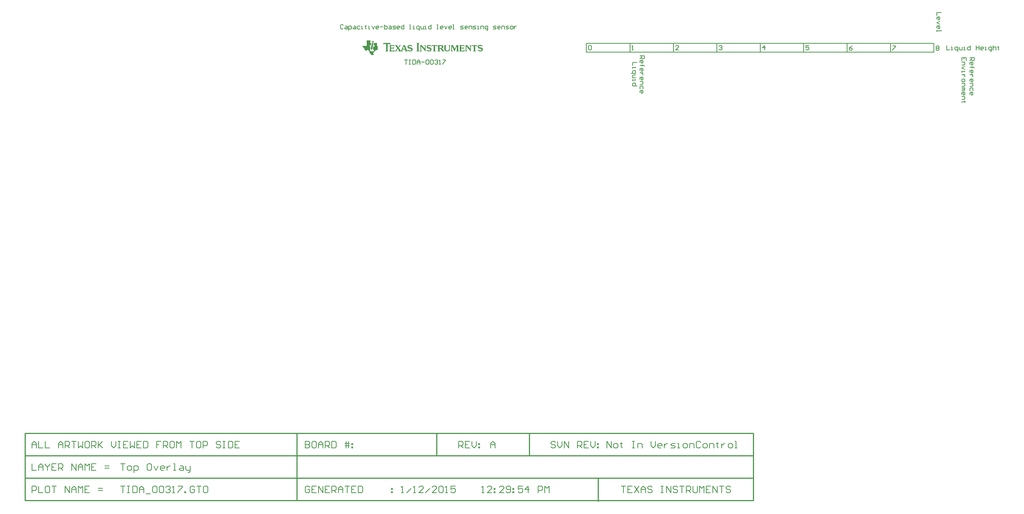
<source format=gto>
%FSAX25Y25*%
%MOIN*%
G70*
G01*
G75*
G04 Layer_Color=65535*
%ADD10C,0.00800*%
%ADD11C,0.01000*%
%ADD12R,0.05500X0.03800*%
%ADD13O,0.05500X0.03800*%
%ADD14C,0.02000*%
%ADD15C,0.01200*%
%ADD16R,0.39370X0.23622*%
%ADD17R,3.14961X0.23622*%
%ADD18C,0.02000*%
%ADD19R,4.01575X0.31496*%
%ADD20R,4.01575X0.31496*%
%ADD21C,0.00701*%
%ADD22C,0.00700*%
G36*
X0403615Y0453515D02*
Y0453442D01*
Y0453370D01*
X0403542D01*
Y0453297D01*
X0403397D01*
Y0453224D01*
X0403324D01*
Y0453152D01*
X0403251D01*
Y0453079D01*
Y0453006D01*
X0403179D01*
Y0452934D01*
Y0452861D01*
Y0452788D01*
Y0452715D01*
Y0452643D01*
Y0452570D01*
Y0452497D01*
Y0452425D01*
Y0452352D01*
Y0452279D01*
Y0452207D01*
Y0452134D01*
Y0452061D01*
Y0451989D01*
Y0451916D01*
Y0451843D01*
Y0451770D01*
Y0451698D01*
Y0451625D01*
Y0451552D01*
Y0451480D01*
Y0451407D01*
Y0451334D01*
Y0451262D01*
Y0451189D01*
Y0451116D01*
Y0451043D01*
Y0450971D01*
Y0450898D01*
Y0450825D01*
Y0450753D01*
Y0450680D01*
Y0450607D01*
Y0450534D01*
Y0450462D01*
Y0450389D01*
Y0450316D01*
Y0450244D01*
Y0450171D01*
Y0450098D01*
Y0450026D01*
Y0449953D01*
Y0449880D01*
Y0449808D01*
Y0449735D01*
Y0449662D01*
Y0449589D01*
Y0449517D01*
Y0449444D01*
Y0449371D01*
Y0449299D01*
Y0449226D01*
Y0449153D01*
Y0449081D01*
Y0449008D01*
Y0448935D01*
Y0448862D01*
Y0448790D01*
Y0448717D01*
Y0448644D01*
Y0448572D01*
Y0448499D01*
Y0448426D01*
Y0448353D01*
Y0448281D01*
Y0448208D01*
Y0448135D01*
Y0448063D01*
Y0447990D01*
Y0447917D01*
Y0447845D01*
X0402888D01*
Y0447917D01*
X0402815D01*
Y0447990D01*
X0402742D01*
Y0448063D01*
X0402670D01*
Y0448135D01*
Y0448208D01*
X0402597D01*
Y0448281D01*
X0402524D01*
Y0448353D01*
X0402452D01*
Y0448426D01*
X0402379D01*
Y0448499D01*
X0402306D01*
Y0448572D01*
X0402234D01*
Y0448644D01*
X0402161D01*
Y0448717D01*
Y0448790D01*
X0402088D01*
Y0448862D01*
X0402015D01*
Y0448935D01*
X0401943D01*
Y0449008D01*
X0401870D01*
Y0449081D01*
X0401797D01*
Y0449153D01*
X0401725D01*
Y0449226D01*
X0401652D01*
Y0449299D01*
Y0449371D01*
X0401579D01*
Y0449444D01*
X0401507D01*
Y0449517D01*
X0401434D01*
Y0449589D01*
X0401361D01*
Y0449662D01*
X0401289D01*
Y0449735D01*
X0401216D01*
Y0449808D01*
X0401143D01*
Y0449880D01*
Y0449953D01*
X0401070D01*
Y0450026D01*
X0400998D01*
Y0450098D01*
X0400925D01*
Y0450171D01*
X0400852D01*
Y0450244D01*
X0400780D01*
Y0450316D01*
X0400707D01*
Y0450389D01*
X0400634D01*
Y0450462D01*
Y0450534D01*
X0400562D01*
Y0450607D01*
X0400489D01*
Y0450680D01*
X0400416D01*
Y0450753D01*
X0400343D01*
Y0450825D01*
X0400271D01*
Y0450898D01*
X0400198D01*
Y0450971D01*
X0400125D01*
Y0451043D01*
Y0451116D01*
X0400053D01*
Y0451189D01*
X0399980D01*
Y0451262D01*
X0399907D01*
Y0451334D01*
X0399834D01*
Y0451407D01*
X0399762D01*
Y0451480D01*
X0399689D01*
Y0451552D01*
X0399616D01*
Y0451625D01*
Y0451698D01*
X0399544D01*
Y0451770D01*
X0399471D01*
Y0451843D01*
X0399398D01*
Y0451916D01*
X0399326D01*
Y0451989D01*
X0399253D01*
Y0452061D01*
X0399180D01*
Y0451989D01*
Y0451916D01*
Y0451843D01*
Y0451770D01*
Y0451698D01*
Y0451625D01*
Y0451552D01*
Y0451480D01*
Y0451407D01*
Y0451334D01*
Y0451262D01*
Y0451189D01*
Y0451116D01*
Y0451043D01*
Y0450971D01*
Y0450898D01*
Y0450825D01*
Y0450753D01*
Y0450680D01*
Y0450607D01*
Y0450534D01*
Y0450462D01*
Y0450389D01*
Y0450316D01*
Y0450244D01*
Y0450171D01*
Y0450098D01*
Y0450026D01*
Y0449953D01*
Y0449880D01*
Y0449808D01*
Y0449735D01*
Y0449662D01*
Y0449589D01*
Y0449517D01*
Y0449444D01*
Y0449371D01*
Y0449299D01*
Y0449226D01*
Y0449153D01*
Y0449081D01*
Y0449008D01*
Y0448935D01*
Y0448862D01*
Y0448790D01*
Y0448717D01*
Y0448644D01*
Y0448572D01*
Y0448499D01*
X0399253D01*
Y0448426D01*
Y0448353D01*
X0399326D01*
Y0448281D01*
X0399398D01*
Y0448208D01*
X0399544D01*
Y0448135D01*
X0399762D01*
Y0448063D01*
Y0447990D01*
Y0447917D01*
X0397871D01*
Y0447990D01*
Y0448063D01*
Y0448135D01*
X0398090D01*
Y0448208D01*
X0398162D01*
Y0448281D01*
X0398235D01*
Y0448353D01*
X0398308D01*
Y0448426D01*
X0398380D01*
Y0448499D01*
Y0448572D01*
Y0448644D01*
Y0448717D01*
Y0448790D01*
Y0448862D01*
Y0448935D01*
Y0449008D01*
Y0449081D01*
Y0449153D01*
Y0449226D01*
Y0449299D01*
Y0449371D01*
Y0449444D01*
Y0449517D01*
Y0449589D01*
Y0449662D01*
Y0449735D01*
Y0449808D01*
Y0449880D01*
Y0449953D01*
Y0450026D01*
Y0450098D01*
Y0450171D01*
Y0450244D01*
Y0450316D01*
Y0450389D01*
Y0450462D01*
Y0450534D01*
Y0450607D01*
Y0450680D01*
Y0450753D01*
Y0450825D01*
Y0450898D01*
Y0450971D01*
Y0451043D01*
Y0451116D01*
Y0451189D01*
Y0451262D01*
Y0451334D01*
Y0451407D01*
Y0451480D01*
Y0451552D01*
Y0451625D01*
Y0451698D01*
Y0451770D01*
Y0451843D01*
Y0451916D01*
Y0451989D01*
Y0452061D01*
Y0452134D01*
Y0452207D01*
Y0452279D01*
Y0452352D01*
Y0452425D01*
Y0452497D01*
Y0452570D01*
Y0452643D01*
Y0452715D01*
Y0452788D01*
Y0452861D01*
Y0452934D01*
Y0453006D01*
X0398308D01*
Y0453079D01*
X0398235D01*
Y0453152D01*
X0398162D01*
Y0453224D01*
X0398090D01*
Y0453297D01*
X0397944D01*
Y0453370D01*
X0397871D01*
Y0453442D01*
Y0453515D01*
Y0453588D01*
X0399544D01*
Y0453515D01*
X0399616D01*
Y0453442D01*
X0399689D01*
Y0453370D01*
X0399762D01*
Y0453297D01*
X0399834D01*
Y0453224D01*
X0399907D01*
Y0453152D01*
Y0453079D01*
X0399980D01*
Y0453006D01*
X0400053D01*
Y0452934D01*
X0400125D01*
Y0452861D01*
X0400198D01*
Y0452788D01*
X0400271D01*
Y0452715D01*
X0400343D01*
Y0452643D01*
X0400416D01*
Y0452570D01*
Y0452497D01*
X0400489D01*
Y0452425D01*
X0400562D01*
Y0452352D01*
X0400634D01*
Y0452279D01*
X0400707D01*
Y0452207D01*
X0400780D01*
Y0452134D01*
X0400852D01*
Y0452061D01*
X0400925D01*
Y0451989D01*
Y0451916D01*
X0400998D01*
Y0451843D01*
X0401070D01*
Y0451770D01*
X0401143D01*
Y0451698D01*
X0401216D01*
Y0451625D01*
X0401289D01*
Y0451552D01*
X0401361D01*
Y0451480D01*
X0401434D01*
Y0451407D01*
Y0451334D01*
X0401507D01*
Y0451262D01*
X0401579D01*
Y0451189D01*
X0401652D01*
Y0451116D01*
X0401725D01*
Y0451043D01*
X0401797D01*
Y0450971D01*
X0401870D01*
Y0450898D01*
X0401943D01*
Y0450825D01*
X0402015D01*
Y0450753D01*
Y0450680D01*
X0402088D01*
Y0450607D01*
X0402161D01*
Y0450534D01*
X0402234D01*
Y0450462D01*
X0402306D01*
Y0450389D01*
X0402379D01*
Y0450462D01*
Y0450534D01*
Y0450607D01*
Y0450680D01*
Y0450753D01*
Y0450825D01*
Y0450898D01*
Y0450971D01*
Y0451043D01*
Y0451116D01*
Y0451189D01*
Y0451262D01*
Y0451334D01*
Y0451407D01*
Y0451480D01*
Y0451552D01*
Y0451625D01*
Y0451698D01*
Y0451770D01*
Y0451843D01*
Y0451916D01*
Y0451989D01*
Y0452061D01*
Y0452134D01*
Y0452207D01*
Y0452279D01*
Y0452352D01*
Y0452425D01*
Y0452497D01*
Y0452570D01*
Y0452643D01*
Y0452715D01*
Y0452788D01*
Y0452861D01*
Y0452934D01*
Y0453006D01*
X0402306D01*
Y0453079D01*
Y0453152D01*
X0402234D01*
Y0453224D01*
X0402161D01*
Y0453297D01*
X0402015D01*
Y0453370D01*
X0401870D01*
Y0453442D01*
Y0453515D01*
Y0453588D01*
X0403615D01*
Y0453515D01*
D02*
G37*
G36*
X0417282D02*
X0417791D01*
Y0453442D01*
X0418082D01*
Y0453370D01*
X0418227D01*
Y0453297D01*
X0418373D01*
Y0453224D01*
X0418518D01*
Y0453152D01*
X0418591D01*
Y0453079D01*
X0418736D01*
Y0453006D01*
X0418809D01*
Y0452934D01*
Y0452861D01*
X0418882D01*
Y0452788D01*
X0418955D01*
Y0452715D01*
Y0452643D01*
X0419027D01*
Y0452570D01*
Y0452497D01*
Y0452425D01*
X0419100D01*
Y0452352D01*
Y0452279D01*
Y0452207D01*
Y0452134D01*
Y0452061D01*
Y0451989D01*
Y0451916D01*
Y0451843D01*
Y0451770D01*
Y0451698D01*
Y0451625D01*
X0419027D01*
Y0451552D01*
Y0451480D01*
Y0451407D01*
X0418955D01*
Y0451334D01*
Y0451262D01*
X0418882D01*
Y0451189D01*
Y0451116D01*
X0418809D01*
Y0451043D01*
X0418736D01*
Y0450971D01*
X0418664D01*
Y0450898D01*
X0418518D01*
Y0450825D01*
X0418446D01*
Y0450753D01*
X0418300D01*
Y0450680D01*
X0418155D01*
Y0450607D01*
X0417864D01*
Y0450534D01*
X0417646D01*
Y0450462D01*
X0417791D01*
Y0450389D01*
X0417937D01*
Y0450316D01*
X0418082D01*
Y0450244D01*
X0418155D01*
Y0450171D01*
X0418227D01*
Y0450098D01*
X0418300D01*
Y0450026D01*
X0418373D01*
Y0449953D01*
X0418446D01*
Y0449880D01*
X0418518D01*
Y0449808D01*
X0418591D01*
Y0449735D01*
Y0449662D01*
X0418664D01*
Y0449589D01*
X0418736D01*
Y0449517D01*
Y0449444D01*
X0418809D01*
Y0449371D01*
X0418882D01*
Y0449299D01*
Y0449226D01*
X0418955D01*
Y0449153D01*
Y0449081D01*
X0419027D01*
Y0449008D01*
X0419100D01*
Y0448935D01*
Y0448862D01*
X0419173D01*
Y0448790D01*
X0419245D01*
Y0448717D01*
Y0448644D01*
X0419318D01*
Y0448572D01*
X0419391D01*
Y0448499D01*
X0419463D01*
Y0448426D01*
X0419536D01*
Y0448353D01*
X0419682D01*
Y0448281D01*
X0419827D01*
Y0448208D01*
X0420045D01*
Y0448135D01*
X0420118D01*
Y0448063D01*
Y0447990D01*
X0420045D01*
Y0447917D01*
X0419900D01*
Y0447845D01*
X0418664D01*
Y0447917D01*
X0418518D01*
Y0447990D01*
X0418373D01*
Y0448063D01*
X0418227D01*
Y0448135D01*
X0418155D01*
Y0448208D01*
X0418010D01*
Y0448281D01*
X0417937D01*
Y0448353D01*
Y0448426D01*
X0417864D01*
Y0448499D01*
X0417791D01*
Y0448572D01*
X0417719D01*
Y0448644D01*
Y0448717D01*
X0417646D01*
Y0448790D01*
X0417573D01*
Y0448862D01*
Y0448935D01*
X0417501D01*
Y0449008D01*
Y0449081D01*
X0417428D01*
Y0449153D01*
Y0449226D01*
Y0449299D01*
X0417355D01*
Y0449371D01*
Y0449444D01*
X0417282D01*
Y0449517D01*
Y0449589D01*
X0417210D01*
Y0449662D01*
Y0449735D01*
X0417137D01*
Y0449808D01*
X0417064D01*
Y0449880D01*
Y0449953D01*
X0416992D01*
Y0450026D01*
X0416919D01*
Y0450098D01*
X0416774D01*
Y0450171D01*
X0416628D01*
Y0450244D01*
X0415683D01*
Y0450171D01*
Y0450098D01*
Y0450026D01*
Y0449953D01*
Y0449880D01*
Y0449808D01*
Y0449735D01*
Y0449662D01*
Y0449589D01*
Y0449517D01*
Y0449444D01*
Y0449371D01*
Y0449299D01*
Y0449226D01*
Y0449153D01*
Y0449081D01*
Y0449008D01*
Y0448935D01*
Y0448862D01*
Y0448790D01*
Y0448717D01*
Y0448644D01*
Y0448572D01*
X0415756D01*
Y0448499D01*
Y0448426D01*
Y0448353D01*
X0415828D01*
Y0448281D01*
X0415901D01*
Y0448208D01*
X0416047D01*
Y0448135D01*
X0416265D01*
Y0448063D01*
Y0447990D01*
Y0447917D01*
X0413866D01*
Y0447990D01*
Y0448063D01*
X0413938D01*
Y0448135D01*
X0414084D01*
Y0448208D01*
X0414229D01*
Y0448281D01*
X0414302D01*
Y0448353D01*
X0414374D01*
Y0448426D01*
Y0448499D01*
X0414447D01*
Y0448572D01*
Y0448644D01*
Y0448717D01*
Y0448790D01*
Y0448862D01*
Y0448935D01*
Y0449008D01*
Y0449081D01*
Y0449153D01*
Y0449226D01*
Y0449299D01*
Y0449371D01*
Y0449444D01*
Y0449517D01*
Y0449589D01*
Y0449662D01*
Y0449735D01*
Y0449808D01*
Y0449880D01*
Y0449953D01*
Y0450026D01*
Y0450098D01*
Y0450171D01*
Y0450244D01*
Y0450316D01*
Y0450389D01*
Y0450462D01*
Y0450534D01*
Y0450607D01*
Y0450680D01*
Y0450753D01*
Y0450825D01*
Y0450898D01*
Y0450971D01*
Y0451043D01*
Y0451116D01*
Y0451189D01*
Y0451262D01*
Y0451334D01*
Y0451407D01*
Y0451480D01*
Y0451552D01*
Y0451625D01*
Y0451698D01*
Y0451770D01*
Y0451843D01*
Y0451916D01*
Y0451989D01*
Y0452061D01*
Y0452134D01*
Y0452207D01*
Y0452279D01*
Y0452352D01*
Y0452425D01*
Y0452497D01*
Y0452570D01*
Y0452643D01*
Y0452715D01*
Y0452788D01*
Y0452861D01*
Y0452934D01*
X0414374D01*
Y0453006D01*
Y0453079D01*
Y0453152D01*
X0414302D01*
Y0453224D01*
X0414229D01*
Y0453297D01*
X0414011D01*
Y0453370D01*
X0413866D01*
Y0453442D01*
Y0453515D01*
Y0453588D01*
X0417282D01*
Y0453515D01*
D02*
G37*
G36*
X0353016Y0457804D02*
Y0457732D01*
Y0457659D01*
Y0457586D01*
Y0457514D01*
Y0457441D01*
Y0457368D01*
Y0457296D01*
Y0457223D01*
Y0457150D01*
Y0457078D01*
Y0457005D01*
Y0456932D01*
Y0456859D01*
Y0456787D01*
Y0456714D01*
Y0456641D01*
Y0456569D01*
Y0456496D01*
Y0456423D01*
Y0456351D01*
Y0456278D01*
Y0456205D01*
Y0456132D01*
Y0456060D01*
Y0455987D01*
Y0455914D01*
Y0455842D01*
Y0455769D01*
Y0455696D01*
Y0455623D01*
Y0455551D01*
Y0455478D01*
Y0455405D01*
Y0455333D01*
X0353888D01*
Y0455260D01*
Y0455187D01*
Y0455115D01*
Y0455042D01*
Y0454969D01*
X0353815D01*
Y0454896D01*
Y0454824D01*
Y0454751D01*
Y0454678D01*
Y0454606D01*
X0353743D01*
Y0454533D01*
Y0454460D01*
Y0454388D01*
Y0454315D01*
Y0454242D01*
X0353670D01*
Y0454170D01*
Y0454097D01*
Y0454024D01*
Y0453951D01*
Y0453879D01*
X0353597D01*
Y0453806D01*
Y0453733D01*
Y0453661D01*
Y0453588D01*
X0352652D01*
Y0453515D01*
X0352579D01*
Y0453442D01*
Y0453370D01*
Y0453297D01*
Y0453224D01*
Y0453152D01*
Y0453079D01*
X0352507D01*
Y0453006D01*
Y0452934D01*
Y0452861D01*
Y0452788D01*
Y0452715D01*
X0352434D01*
Y0452643D01*
Y0452570D01*
Y0452497D01*
Y0452425D01*
Y0452352D01*
X0352361D01*
Y0452279D01*
Y0452207D01*
Y0452134D01*
Y0452061D01*
X0353234D01*
Y0451989D01*
Y0451916D01*
Y0451843D01*
Y0451770D01*
Y0451698D01*
X0353161D01*
Y0451625D01*
Y0451552D01*
Y0451480D01*
Y0451407D01*
Y0451334D01*
X0353088D01*
Y0451262D01*
Y0451189D01*
Y0451116D01*
Y0451043D01*
Y0450971D01*
X0353016D01*
Y0450898D01*
Y0450825D01*
Y0450753D01*
Y0450680D01*
Y0450607D01*
X0352943D01*
Y0450534D01*
Y0450462D01*
Y0450389D01*
Y0450316D01*
Y0450244D01*
Y0450171D01*
X0352870D01*
Y0450098D01*
Y0450026D01*
Y0449953D01*
Y0449880D01*
Y0449808D01*
X0352798D01*
Y0449735D01*
Y0449662D01*
Y0449589D01*
Y0449517D01*
Y0449444D01*
X0352725D01*
Y0449371D01*
Y0449299D01*
Y0449226D01*
Y0449153D01*
X0352652D01*
Y0449081D01*
Y0449008D01*
Y0448935D01*
Y0448862D01*
Y0448790D01*
Y0448717D01*
Y0448644D01*
Y0448572D01*
Y0448499D01*
X0352725D01*
Y0448426D01*
Y0448353D01*
X0352798D01*
Y0448281D01*
X0352870D01*
Y0448208D01*
X0352943D01*
Y0448135D01*
X0353088D01*
Y0448063D01*
X0353234D01*
Y0447990D01*
X0353597D01*
Y0447917D01*
X0355924D01*
Y0447990D01*
Y0448063D01*
Y0448135D01*
Y0448208D01*
Y0448281D01*
X0355996D01*
Y0448353D01*
Y0448426D01*
Y0448499D01*
Y0448572D01*
Y0448644D01*
Y0448717D01*
X0356069D01*
Y0448790D01*
Y0448862D01*
Y0448935D01*
Y0449008D01*
Y0449081D01*
X0356142D01*
Y0449153D01*
Y0449226D01*
Y0449299D01*
Y0449371D01*
Y0449444D01*
X0356214D01*
Y0449517D01*
Y0449589D01*
X0355487D01*
Y0449662D01*
X0355342D01*
Y0449735D01*
Y0449808D01*
Y0449880D01*
Y0449953D01*
Y0450026D01*
Y0450098D01*
Y0450171D01*
Y0450244D01*
Y0450316D01*
X0355415D01*
Y0450389D01*
Y0450462D01*
Y0450534D01*
Y0450607D01*
X0355487D01*
Y0450680D01*
Y0450753D01*
Y0450825D01*
Y0450898D01*
Y0450971D01*
Y0451043D01*
X0355560D01*
Y0451116D01*
Y0451189D01*
Y0451262D01*
Y0451334D01*
Y0451407D01*
X0355633D01*
Y0451480D01*
Y0451552D01*
Y0451625D01*
Y0451698D01*
Y0451770D01*
X0355705D01*
Y0451843D01*
Y0451916D01*
Y0451989D01*
Y0452061D01*
X0356723D01*
Y0452134D01*
Y0452207D01*
Y0452279D01*
Y0452352D01*
X0356796D01*
Y0452425D01*
Y0452497D01*
Y0452570D01*
Y0452643D01*
Y0452715D01*
X0356869D01*
Y0452788D01*
Y0452861D01*
Y0452934D01*
Y0453006D01*
Y0453079D01*
X0356941D01*
Y0453152D01*
Y0453224D01*
Y0453297D01*
Y0453370D01*
Y0453442D01*
X0357014D01*
Y0453515D01*
Y0453588D01*
X0356069D01*
Y0453661D01*
Y0453733D01*
Y0453806D01*
Y0453879D01*
Y0453951D01*
X0356142D01*
Y0454024D01*
Y0454097D01*
Y0454170D01*
Y0454242D01*
Y0454315D01*
X0356214D01*
Y0454388D01*
Y0454460D01*
Y0454533D01*
Y0454606D01*
Y0454678D01*
X0356287D01*
Y0454751D01*
Y0454824D01*
Y0454896D01*
Y0454969D01*
Y0455042D01*
X0356360D01*
Y0455115D01*
Y0455187D01*
Y0455260D01*
Y0455333D01*
X0359122D01*
Y0455260D01*
Y0455187D01*
Y0455115D01*
Y0455042D01*
Y0454969D01*
Y0454896D01*
Y0454824D01*
Y0454751D01*
Y0454678D01*
Y0454606D01*
Y0454533D01*
Y0454460D01*
Y0454388D01*
Y0454315D01*
Y0454242D01*
Y0454170D01*
Y0454097D01*
Y0454024D01*
Y0453951D01*
Y0453879D01*
Y0453806D01*
Y0453733D01*
Y0453661D01*
Y0453588D01*
Y0453515D01*
Y0453442D01*
Y0453370D01*
Y0453297D01*
Y0453224D01*
Y0453152D01*
X0359195D01*
Y0453079D01*
Y0453006D01*
Y0452934D01*
X0359268D01*
Y0452861D01*
Y0452788D01*
Y0452715D01*
X0359341D01*
Y0452643D01*
Y0452570D01*
X0359413D01*
Y0452497D01*
X0359486D01*
Y0452425D01*
X0359559D01*
Y0452352D01*
X0359631D01*
Y0452279D01*
X0359704D01*
Y0452207D01*
X0359777D01*
Y0452134D01*
X0359849D01*
Y0452061D01*
Y0451989D01*
Y0451916D01*
Y0451843D01*
Y0451770D01*
Y0451698D01*
Y0451625D01*
Y0451552D01*
Y0451480D01*
Y0451407D01*
Y0451334D01*
Y0451262D01*
Y0451189D01*
Y0451116D01*
Y0451043D01*
Y0450971D01*
Y0450898D01*
Y0450825D01*
Y0450753D01*
Y0450680D01*
Y0450607D01*
Y0450534D01*
Y0450462D01*
Y0450389D01*
Y0450316D01*
Y0450244D01*
Y0450171D01*
Y0450098D01*
Y0450026D01*
Y0449953D01*
Y0449880D01*
Y0449808D01*
Y0449735D01*
Y0449662D01*
Y0449589D01*
Y0449517D01*
Y0449444D01*
Y0449371D01*
X0359777D01*
Y0449299D01*
X0359486D01*
Y0449226D01*
X0359268D01*
Y0449153D01*
X0359050D01*
Y0449081D01*
X0358832D01*
Y0449008D01*
X0358686D01*
Y0448935D01*
X0358468D01*
Y0448862D01*
X0358323D01*
Y0448790D01*
X0358177D01*
Y0448717D01*
X0358032D01*
Y0448644D01*
X0357887D01*
Y0448572D01*
X0357814D01*
Y0448499D01*
X0357668D01*
Y0448426D01*
X0357523D01*
Y0448353D01*
X0357450D01*
Y0448281D01*
X0357305D01*
Y0448208D01*
X0357232D01*
Y0448135D01*
X0357159D01*
Y0448063D01*
X0357087D01*
Y0447990D01*
X0356941D01*
Y0447917D01*
X0356869D01*
Y0447845D01*
X0356796D01*
Y0447772D01*
X0356723D01*
Y0447699D01*
X0356651D01*
Y0447626D01*
X0356578D01*
Y0447554D01*
Y0447481D01*
X0356505D01*
Y0447408D01*
X0356433D01*
Y0447336D01*
X0356360D01*
Y0447263D01*
X0356287D01*
Y0447190D01*
Y0447118D01*
X0356214D01*
Y0447045D01*
X0356142D01*
Y0446972D01*
Y0446900D01*
X0356069D01*
Y0446827D01*
Y0446754D01*
X0355996D01*
Y0446681D01*
Y0446609D01*
Y0446536D01*
X0355924D01*
Y0446463D01*
Y0446391D01*
Y0446318D01*
X0355851D01*
Y0446245D01*
Y0446173D01*
Y0446100D01*
Y0446027D01*
Y0445954D01*
Y0445882D01*
Y0445809D01*
Y0445736D01*
Y0445664D01*
Y0445591D01*
Y0445518D01*
Y0445445D01*
Y0445373D01*
Y0445300D01*
Y0445227D01*
X0355924D01*
Y0445155D01*
Y0445082D01*
Y0445009D01*
Y0444937D01*
X0355996D01*
Y0444864D01*
Y0444791D01*
Y0444719D01*
X0356069D01*
Y0444646D01*
Y0444573D01*
X0356142D01*
Y0444500D01*
X0355996D01*
Y0444428D01*
X0355778D01*
Y0444355D01*
X0354688D01*
Y0444428D01*
X0354470D01*
Y0444500D01*
X0354324D01*
Y0444573D01*
X0354179D01*
Y0444646D01*
X0354033D01*
Y0444719D01*
X0353888D01*
Y0444791D01*
X0353815D01*
Y0444864D01*
X0353670D01*
Y0444937D01*
X0353597D01*
Y0445009D01*
X0353524D01*
Y0445082D01*
X0353452D01*
Y0445155D01*
X0353379D01*
Y0445227D01*
X0353306D01*
Y0445300D01*
X0353234D01*
Y0445373D01*
X0353161D01*
Y0445445D01*
X0353088D01*
Y0445518D01*
X0353016D01*
Y0445591D01*
Y0445664D01*
X0352943D01*
Y0445736D01*
X0352870D01*
Y0445809D01*
Y0445882D01*
X0352798D01*
Y0445954D01*
X0352725D01*
Y0446027D01*
Y0446100D01*
X0352652D01*
Y0446173D01*
Y0446245D01*
X0352579D01*
Y0446318D01*
Y0446391D01*
X0352507D01*
Y0446463D01*
X0352434D01*
Y0446536D01*
Y0446609D01*
X0352361D01*
Y0446681D01*
Y0446754D01*
X0352289D01*
Y0446827D01*
Y0446900D01*
Y0446972D01*
X0352216D01*
Y0447045D01*
Y0447118D01*
X0352143D01*
Y0447190D01*
Y0447263D01*
X0352071D01*
Y0447336D01*
Y0447408D01*
X0351998D01*
Y0447481D01*
Y0447554D01*
X0351925D01*
Y0447626D01*
Y0447699D01*
X0351852D01*
Y0447772D01*
Y0447845D01*
Y0447917D01*
X0351780D01*
Y0447990D01*
Y0448063D01*
X0351707D01*
Y0448135D01*
Y0448208D01*
X0351634D01*
Y0448281D01*
Y0448353D01*
X0351562D01*
Y0448426D01*
X0351489D01*
Y0448499D01*
Y0448572D01*
X0351416D01*
Y0448644D01*
X0351344D01*
Y0448717D01*
Y0448790D01*
X0351271D01*
Y0448862D01*
X0351198D01*
Y0448935D01*
X0351126D01*
Y0449008D01*
X0351053D01*
Y0449081D01*
X0350907D01*
Y0449153D01*
X0350326D01*
Y0449081D01*
X0350108D01*
Y0449008D01*
X0350035D01*
Y0448935D01*
X0349962D01*
Y0448862D01*
X0349890D01*
Y0448790D01*
X0349817D01*
Y0448717D01*
X0349744D01*
Y0448644D01*
X0349672D01*
Y0448572D01*
X0349599D01*
Y0448499D01*
X0349526D01*
Y0448426D01*
X0349453D01*
Y0448353D01*
X0349235D01*
Y0448281D01*
X0348944D01*
Y0448353D01*
X0348726D01*
Y0448426D01*
X0348581D01*
Y0448499D01*
X0348508D01*
Y0448572D01*
X0348436D01*
Y0448644D01*
X0348363D01*
Y0448717D01*
X0348290D01*
Y0448790D01*
X0348218D01*
Y0448862D01*
Y0448935D01*
X0348145D01*
Y0449008D01*
Y0449081D01*
X0348072D01*
Y0449153D01*
Y0449226D01*
X0347999D01*
Y0449299D01*
Y0449371D01*
X0347927D01*
Y0449444D01*
Y0449517D01*
X0347854D01*
Y0449589D01*
Y0449662D01*
Y0449735D01*
X0347781D01*
Y0449808D01*
Y0449880D01*
X0347709D01*
Y0449953D01*
Y0450026D01*
Y0450098D01*
X0347636D01*
Y0450171D01*
Y0450244D01*
X0347563D01*
Y0450316D01*
X0347491D01*
Y0450389D01*
Y0450462D01*
X0347418D01*
Y0450534D01*
X0347345D01*
Y0450607D01*
X0347272D01*
Y0450680D01*
X0347200D01*
Y0450753D01*
X0347127D01*
Y0450825D01*
X0347054D01*
Y0450898D01*
X0346982D01*
Y0450971D01*
X0346909D01*
Y0451043D01*
X0346836D01*
Y0451116D01*
X0346763D01*
Y0451189D01*
X0346691D01*
Y0451262D01*
X0346618D01*
Y0451334D01*
X0346545D01*
Y0451407D01*
X0346473D01*
Y0451480D01*
X0346400D01*
Y0451552D01*
X0346327D01*
Y0451625D01*
X0346255D01*
Y0451698D01*
X0346182D01*
Y0451770D01*
Y0451843D01*
X0346109D01*
Y0451916D01*
Y0451989D01*
X0346037D01*
Y0452061D01*
Y0452134D01*
X0345964D01*
Y0452207D01*
Y0452279D01*
Y0452352D01*
Y0452425D01*
Y0452497D01*
X0345891D01*
Y0452570D01*
Y0452643D01*
X0349744D01*
Y0452715D01*
X0349817D01*
Y0452788D01*
Y0452861D01*
Y0452934D01*
Y0453006D01*
Y0453079D01*
Y0453152D01*
Y0453224D01*
Y0453297D01*
Y0453370D01*
Y0453442D01*
Y0453515D01*
Y0453588D01*
Y0453661D01*
Y0453733D01*
Y0453806D01*
Y0453879D01*
Y0453951D01*
Y0454024D01*
Y0454097D01*
Y0454170D01*
Y0454242D01*
Y0454315D01*
Y0454388D01*
Y0454460D01*
Y0454533D01*
Y0454606D01*
Y0454678D01*
Y0454751D01*
Y0454824D01*
Y0454896D01*
Y0454969D01*
Y0455042D01*
Y0455115D01*
Y0455187D01*
Y0455260D01*
Y0455333D01*
Y0455405D01*
Y0455478D01*
Y0455551D01*
Y0455623D01*
Y0455696D01*
Y0455769D01*
Y0455842D01*
Y0455914D01*
Y0455987D01*
Y0456060D01*
Y0456132D01*
Y0456205D01*
Y0456278D01*
Y0456351D01*
Y0456423D01*
Y0456496D01*
Y0456569D01*
Y0456641D01*
Y0456714D01*
Y0456787D01*
Y0456859D01*
Y0456932D01*
Y0457005D01*
Y0457078D01*
Y0457150D01*
Y0457223D01*
Y0457296D01*
Y0457368D01*
Y0457441D01*
Y0457514D01*
Y0457586D01*
Y0457659D01*
Y0457732D01*
Y0457804D01*
Y0457877D01*
X0353016D01*
Y0457804D01*
D02*
G37*
G36*
X0444690Y0453515D02*
Y0453442D01*
Y0453370D01*
X0444545D01*
Y0453297D01*
X0444472D01*
Y0453224D01*
X0444327D01*
Y0453152D01*
Y0453079D01*
X0444254D01*
Y0453006D01*
Y0452934D01*
X0444181D01*
Y0452861D01*
Y0452788D01*
Y0452715D01*
Y0452643D01*
Y0452570D01*
Y0452497D01*
Y0452425D01*
Y0452352D01*
Y0452279D01*
Y0452207D01*
Y0452134D01*
Y0452061D01*
Y0451989D01*
Y0451916D01*
Y0451843D01*
Y0451770D01*
Y0451698D01*
Y0451625D01*
Y0451552D01*
Y0451480D01*
Y0451407D01*
Y0451334D01*
Y0451262D01*
Y0451189D01*
Y0451116D01*
Y0451043D01*
Y0450971D01*
Y0450898D01*
Y0450825D01*
Y0450753D01*
Y0450680D01*
Y0450607D01*
Y0450534D01*
Y0450462D01*
Y0450389D01*
Y0450316D01*
Y0450244D01*
Y0450171D01*
Y0450098D01*
Y0450026D01*
Y0449953D01*
Y0449880D01*
Y0449808D01*
Y0449735D01*
Y0449662D01*
Y0449589D01*
Y0449517D01*
Y0449444D01*
Y0449371D01*
Y0449299D01*
Y0449226D01*
Y0449153D01*
Y0449081D01*
Y0449008D01*
Y0448935D01*
Y0448862D01*
Y0448790D01*
Y0448717D01*
Y0448644D01*
Y0448572D01*
Y0448499D01*
Y0448426D01*
Y0448353D01*
Y0448281D01*
Y0448208D01*
Y0448135D01*
Y0448063D01*
Y0447990D01*
Y0447917D01*
Y0447845D01*
X0443891D01*
Y0447917D01*
X0443818D01*
Y0447990D01*
Y0448063D01*
X0443745D01*
Y0448135D01*
X0443673D01*
Y0448208D01*
X0443600D01*
Y0448281D01*
X0443527D01*
Y0448353D01*
X0443454D01*
Y0448426D01*
X0443382D01*
Y0448499D01*
X0443309D01*
Y0448572D01*
X0443236D01*
Y0448644D01*
Y0448717D01*
X0443164D01*
Y0448790D01*
X0443091D01*
Y0448862D01*
X0443018D01*
Y0448935D01*
X0442946D01*
Y0449008D01*
X0442873D01*
Y0449081D01*
X0442800D01*
Y0449153D01*
X0442728D01*
Y0449226D01*
Y0449299D01*
X0442655D01*
Y0449371D01*
X0442582D01*
Y0449444D01*
X0442509D01*
Y0449517D01*
X0442437D01*
Y0449589D01*
X0442364D01*
Y0449662D01*
X0442291D01*
Y0449735D01*
X0442218D01*
Y0449808D01*
Y0449880D01*
X0442146D01*
Y0449953D01*
X0442073D01*
Y0450026D01*
X0442000D01*
Y0450098D01*
X0441928D01*
Y0450171D01*
X0441855D01*
Y0450244D01*
X0441782D01*
Y0450316D01*
X0441710D01*
Y0450389D01*
Y0450462D01*
X0441637D01*
Y0450534D01*
X0441564D01*
Y0450607D01*
X0441492D01*
Y0450680D01*
X0441419D01*
Y0450753D01*
X0441346D01*
Y0450825D01*
X0441273D01*
Y0450898D01*
X0441201D01*
Y0450971D01*
Y0451043D01*
X0441128D01*
Y0451116D01*
X0441055D01*
Y0451189D01*
X0440983D01*
Y0451262D01*
X0440910D01*
Y0451334D01*
X0440837D01*
Y0451407D01*
X0440765D01*
Y0451480D01*
X0440692D01*
Y0451552D01*
Y0451625D01*
X0440619D01*
Y0451698D01*
X0440547D01*
Y0451770D01*
X0440474D01*
Y0451843D01*
X0440401D01*
Y0451916D01*
X0440328D01*
Y0451989D01*
X0440256D01*
Y0452061D01*
X0440183D01*
Y0451989D01*
Y0451916D01*
Y0451843D01*
Y0451770D01*
Y0451698D01*
Y0451625D01*
Y0451552D01*
Y0451480D01*
Y0451407D01*
Y0451334D01*
Y0451262D01*
Y0451189D01*
Y0451116D01*
Y0451043D01*
Y0450971D01*
Y0450898D01*
Y0450825D01*
Y0450753D01*
Y0450680D01*
Y0450607D01*
Y0450534D01*
Y0450462D01*
Y0450389D01*
Y0450316D01*
Y0450244D01*
Y0450171D01*
Y0450098D01*
Y0450026D01*
Y0449953D01*
Y0449880D01*
Y0449808D01*
Y0449735D01*
Y0449662D01*
Y0449589D01*
Y0449517D01*
Y0449444D01*
Y0449371D01*
Y0449299D01*
Y0449226D01*
Y0449153D01*
Y0449081D01*
Y0449008D01*
Y0448935D01*
Y0448862D01*
Y0448790D01*
Y0448717D01*
Y0448644D01*
Y0448572D01*
X0440256D01*
Y0448499D01*
Y0448426D01*
X0440328D01*
Y0448353D01*
Y0448281D01*
X0440474D01*
Y0448208D01*
X0440547D01*
Y0448135D01*
X0440765D01*
Y0448063D01*
Y0447990D01*
Y0447917D01*
X0438874D01*
Y0447990D01*
Y0448063D01*
Y0448135D01*
X0439092D01*
Y0448208D01*
X0439238D01*
Y0448281D01*
X0439311D01*
Y0448353D01*
Y0448426D01*
X0439383D01*
Y0448499D01*
Y0448572D01*
Y0448644D01*
Y0448717D01*
X0439456D01*
Y0448790D01*
Y0448862D01*
Y0448935D01*
Y0449008D01*
Y0449081D01*
Y0449153D01*
Y0449226D01*
Y0449299D01*
Y0449371D01*
Y0449444D01*
Y0449517D01*
Y0449589D01*
Y0449662D01*
Y0449735D01*
Y0449808D01*
Y0449880D01*
Y0449953D01*
Y0450026D01*
Y0450098D01*
Y0450171D01*
Y0450244D01*
Y0450316D01*
Y0450389D01*
Y0450462D01*
Y0450534D01*
Y0450607D01*
Y0450680D01*
Y0450753D01*
Y0450825D01*
Y0450898D01*
Y0450971D01*
Y0451043D01*
Y0451116D01*
Y0451189D01*
Y0451262D01*
Y0451334D01*
Y0451407D01*
Y0451480D01*
Y0451552D01*
Y0451625D01*
Y0451698D01*
Y0451770D01*
Y0451843D01*
Y0451916D01*
Y0451989D01*
Y0452061D01*
Y0452134D01*
Y0452207D01*
Y0452279D01*
Y0452352D01*
Y0452425D01*
Y0452497D01*
Y0452570D01*
Y0452643D01*
Y0452715D01*
X0439383D01*
Y0452788D01*
Y0452861D01*
Y0452934D01*
Y0453006D01*
X0439311D01*
Y0453079D01*
Y0453152D01*
X0439238D01*
Y0453224D01*
X0439092D01*
Y0453297D01*
X0438947D01*
Y0453370D01*
X0438874D01*
Y0453442D01*
Y0453515D01*
Y0453588D01*
X0440547D01*
Y0453515D01*
X0440619D01*
Y0453442D01*
X0440692D01*
Y0453370D01*
X0440765D01*
Y0453297D01*
X0440837D01*
Y0453224D01*
X0440910D01*
Y0453152D01*
X0440983D01*
Y0453079D01*
Y0453006D01*
X0441055D01*
Y0452934D01*
X0441128D01*
Y0452861D01*
X0441201D01*
Y0452788D01*
X0441273D01*
Y0452715D01*
X0441346D01*
Y0452643D01*
X0441419D01*
Y0452570D01*
X0441492D01*
Y0452497D01*
Y0452425D01*
X0441564D01*
Y0452352D01*
X0441637D01*
Y0452279D01*
X0441710D01*
Y0452207D01*
X0441782D01*
Y0452134D01*
X0441855D01*
Y0452061D01*
X0441928D01*
Y0451989D01*
X0442000D01*
Y0451916D01*
Y0451843D01*
X0442073D01*
Y0451770D01*
X0442146D01*
Y0451698D01*
X0442218D01*
Y0451625D01*
X0442291D01*
Y0451552D01*
X0442364D01*
Y0451480D01*
X0442437D01*
Y0451407D01*
X0442509D01*
Y0451334D01*
X0442582D01*
Y0451262D01*
Y0451189D01*
X0442655D01*
Y0451116D01*
X0442728D01*
Y0451043D01*
X0442800D01*
Y0450971D01*
X0442873D01*
Y0450898D01*
X0442946D01*
Y0450825D01*
X0443018D01*
Y0450753D01*
X0443091D01*
Y0450680D01*
Y0450607D01*
X0443164D01*
Y0450534D01*
X0443236D01*
Y0450462D01*
X0443309D01*
Y0450389D01*
X0443382D01*
Y0450462D01*
Y0450534D01*
Y0450607D01*
Y0450680D01*
Y0450753D01*
Y0450825D01*
Y0450898D01*
Y0450971D01*
Y0451043D01*
Y0451116D01*
Y0451189D01*
Y0451262D01*
Y0451334D01*
Y0451407D01*
Y0451480D01*
Y0451552D01*
Y0451625D01*
Y0451698D01*
Y0451770D01*
Y0451843D01*
Y0451916D01*
Y0451989D01*
Y0452061D01*
Y0452134D01*
Y0452207D01*
Y0452279D01*
Y0452352D01*
Y0452425D01*
Y0452497D01*
Y0452570D01*
Y0452643D01*
Y0452715D01*
Y0452788D01*
Y0452861D01*
Y0452934D01*
Y0453006D01*
Y0453079D01*
X0443309D01*
Y0453152D01*
X0443236D01*
Y0453224D01*
X0443164D01*
Y0453297D01*
X0443018D01*
Y0453370D01*
X0442873D01*
Y0453442D01*
Y0453515D01*
Y0453588D01*
X0444690D01*
Y0453515D01*
D02*
G37*
G36*
X0433131D02*
Y0453442D01*
Y0453370D01*
X0433058D01*
Y0453297D01*
X0432840D01*
Y0453224D01*
X0432768D01*
Y0453152D01*
X0432695D01*
Y0453079D01*
Y0453006D01*
X0432622D01*
Y0452934D01*
Y0452861D01*
Y0452788D01*
Y0452715D01*
Y0452643D01*
Y0452570D01*
Y0452497D01*
Y0452425D01*
Y0452352D01*
Y0452279D01*
Y0452207D01*
Y0452134D01*
Y0452061D01*
Y0451989D01*
Y0451916D01*
Y0451843D01*
Y0451770D01*
Y0451698D01*
Y0451625D01*
Y0451552D01*
Y0451480D01*
Y0451407D01*
Y0451334D01*
Y0451262D01*
Y0451189D01*
Y0451116D01*
Y0451043D01*
Y0450971D01*
Y0450898D01*
Y0450825D01*
Y0450753D01*
Y0450680D01*
Y0450607D01*
Y0450534D01*
Y0450462D01*
Y0450389D01*
Y0450316D01*
Y0450244D01*
Y0450171D01*
Y0450098D01*
Y0450026D01*
Y0449953D01*
Y0449880D01*
Y0449808D01*
Y0449735D01*
Y0449662D01*
Y0449589D01*
Y0449517D01*
Y0449444D01*
Y0449371D01*
Y0449299D01*
Y0449226D01*
Y0449153D01*
Y0449081D01*
Y0449008D01*
Y0448935D01*
Y0448862D01*
Y0448790D01*
Y0448717D01*
Y0448644D01*
Y0448572D01*
Y0448499D01*
Y0448426D01*
X0432695D01*
Y0448353D01*
Y0448281D01*
X0432768D01*
Y0448208D01*
X0432913D01*
Y0448135D01*
X0433131D01*
Y0448063D01*
Y0447990D01*
Y0447917D01*
X0430805D01*
Y0447990D01*
Y0448063D01*
Y0448135D01*
X0431023D01*
Y0448208D01*
X0431168D01*
Y0448281D01*
X0431241D01*
Y0448353D01*
Y0448426D01*
X0431314D01*
Y0448499D01*
Y0448572D01*
Y0448644D01*
Y0448717D01*
Y0448790D01*
Y0448862D01*
Y0448935D01*
Y0449008D01*
Y0449081D01*
Y0449153D01*
Y0449226D01*
Y0449299D01*
Y0449371D01*
Y0449444D01*
Y0449517D01*
Y0449589D01*
Y0449662D01*
Y0449735D01*
Y0449808D01*
Y0449880D01*
Y0449953D01*
Y0450026D01*
Y0450098D01*
Y0450171D01*
Y0450244D01*
Y0450316D01*
Y0450389D01*
Y0450462D01*
Y0450534D01*
Y0450607D01*
Y0450680D01*
Y0450753D01*
Y0450825D01*
Y0450898D01*
Y0450971D01*
Y0451043D01*
Y0451116D01*
Y0451189D01*
Y0451262D01*
Y0451334D01*
Y0451407D01*
Y0451480D01*
Y0451552D01*
Y0451625D01*
Y0451698D01*
Y0451770D01*
Y0451843D01*
Y0451916D01*
Y0451989D01*
Y0452061D01*
Y0452134D01*
Y0452207D01*
X0431241D01*
Y0452134D01*
Y0452061D01*
X0431168D01*
Y0451989D01*
Y0451916D01*
Y0451843D01*
X0431095D01*
Y0451770D01*
Y0451698D01*
X0431023D01*
Y0451625D01*
Y0451552D01*
X0430950D01*
Y0451480D01*
Y0451407D01*
Y0451334D01*
X0430877D01*
Y0451262D01*
Y0451189D01*
X0430805D01*
Y0451116D01*
Y0451043D01*
X0430732D01*
Y0450971D01*
Y0450898D01*
X0430659D01*
Y0450825D01*
Y0450753D01*
Y0450680D01*
X0430586D01*
Y0450607D01*
Y0450534D01*
X0430514D01*
Y0450462D01*
Y0450389D01*
X0430441D01*
Y0450316D01*
Y0450244D01*
Y0450171D01*
X0430369D01*
Y0450098D01*
Y0450026D01*
X0430296D01*
Y0449953D01*
Y0449880D01*
X0430223D01*
Y0449808D01*
Y0449735D01*
Y0449662D01*
X0430150D01*
Y0449589D01*
Y0449517D01*
X0430078D01*
Y0449444D01*
Y0449371D01*
X0430005D01*
Y0449299D01*
Y0449226D01*
X0429932D01*
Y0449153D01*
Y0449081D01*
Y0449008D01*
X0429860D01*
Y0448935D01*
Y0448862D01*
X0429787D01*
Y0448790D01*
Y0448717D01*
X0429714D01*
Y0448644D01*
Y0448572D01*
Y0448499D01*
X0429641D01*
Y0448426D01*
Y0448353D01*
X0429569D01*
Y0448281D01*
Y0448208D01*
X0429496D01*
Y0448135D01*
Y0448063D01*
Y0447990D01*
X0429423D01*
Y0447917D01*
Y0447845D01*
X0429205D01*
Y0447917D01*
X0429133D01*
Y0447990D01*
Y0448063D01*
X0429060D01*
Y0448135D01*
Y0448208D01*
X0428987D01*
Y0448281D01*
Y0448353D01*
X0428914D01*
Y0448426D01*
Y0448499D01*
Y0448572D01*
X0428842D01*
Y0448644D01*
Y0448717D01*
X0428769D01*
Y0448790D01*
Y0448862D01*
X0428696D01*
Y0448935D01*
Y0449008D01*
X0428624D01*
Y0449081D01*
Y0449153D01*
X0428551D01*
Y0449226D01*
Y0449299D01*
Y0449371D01*
X0428478D01*
Y0449444D01*
Y0449517D01*
X0428406D01*
Y0449589D01*
Y0449662D01*
X0428333D01*
Y0449735D01*
Y0449808D01*
X0428260D01*
Y0449880D01*
Y0449953D01*
Y0450026D01*
X0428187D01*
Y0450098D01*
Y0450171D01*
X0428115D01*
Y0450244D01*
Y0450316D01*
X0428042D01*
Y0450389D01*
Y0450462D01*
X0427969D01*
Y0450534D01*
Y0450607D01*
Y0450680D01*
X0427897D01*
Y0450753D01*
Y0450825D01*
X0427824D01*
Y0450898D01*
Y0450971D01*
X0427751D01*
Y0451043D01*
Y0451116D01*
X0427678D01*
Y0451189D01*
Y0451262D01*
Y0451334D01*
X0427606D01*
Y0451407D01*
Y0451480D01*
X0427533D01*
Y0451552D01*
Y0451625D01*
X0427460D01*
Y0451698D01*
Y0451770D01*
X0427388D01*
Y0451843D01*
Y0451916D01*
Y0451989D01*
X0427315D01*
Y0452061D01*
Y0452134D01*
X0427242D01*
Y0452207D01*
Y0452279D01*
X0427170D01*
Y0452207D01*
Y0452134D01*
Y0452061D01*
Y0451989D01*
Y0451916D01*
Y0451843D01*
Y0451770D01*
Y0451698D01*
Y0451625D01*
Y0451552D01*
Y0451480D01*
Y0451407D01*
Y0451334D01*
Y0451262D01*
Y0451189D01*
Y0451116D01*
Y0451043D01*
Y0450971D01*
Y0450898D01*
Y0450825D01*
Y0450753D01*
Y0450680D01*
Y0450607D01*
Y0450534D01*
Y0450462D01*
Y0450389D01*
Y0450316D01*
Y0450244D01*
Y0450171D01*
Y0450098D01*
Y0450026D01*
Y0449953D01*
Y0449880D01*
Y0449808D01*
Y0449735D01*
Y0449662D01*
Y0449589D01*
Y0449517D01*
Y0449444D01*
Y0449371D01*
Y0449299D01*
Y0449226D01*
Y0449153D01*
Y0449081D01*
Y0449008D01*
Y0448935D01*
Y0448862D01*
Y0448790D01*
Y0448717D01*
Y0448644D01*
Y0448572D01*
X0427242D01*
Y0448499D01*
Y0448426D01*
Y0448353D01*
X0427315D01*
Y0448281D01*
X0427388D01*
Y0448208D01*
X0427533D01*
Y0448135D01*
X0427678D01*
Y0448063D01*
Y0447990D01*
Y0447917D01*
X0425934D01*
Y0447990D01*
Y0448063D01*
Y0448135D01*
X0426079D01*
Y0448208D01*
X0426225D01*
Y0448281D01*
X0426297D01*
Y0448353D01*
X0426370D01*
Y0448426D01*
Y0448499D01*
X0426443D01*
Y0448572D01*
Y0448644D01*
Y0448717D01*
Y0448790D01*
Y0448862D01*
Y0448935D01*
Y0449008D01*
Y0449081D01*
Y0449153D01*
Y0449226D01*
Y0449299D01*
Y0449371D01*
Y0449444D01*
Y0449517D01*
Y0449589D01*
Y0449662D01*
Y0449735D01*
Y0449808D01*
Y0449880D01*
Y0449953D01*
Y0450026D01*
Y0450098D01*
Y0450171D01*
Y0450244D01*
Y0450316D01*
Y0450389D01*
Y0450462D01*
Y0450534D01*
Y0450607D01*
Y0450680D01*
Y0450753D01*
Y0450825D01*
Y0450898D01*
Y0450971D01*
Y0451043D01*
Y0451116D01*
Y0451189D01*
Y0451262D01*
Y0451334D01*
Y0451407D01*
Y0451480D01*
Y0451552D01*
Y0451625D01*
Y0451698D01*
Y0451770D01*
Y0451843D01*
Y0451916D01*
Y0451989D01*
Y0452061D01*
Y0452134D01*
Y0452207D01*
Y0452279D01*
Y0452352D01*
Y0452425D01*
Y0452497D01*
Y0452570D01*
Y0452643D01*
Y0452715D01*
Y0452788D01*
Y0452861D01*
Y0452934D01*
Y0453006D01*
X0426370D01*
Y0453079D01*
Y0453152D01*
X0426297D01*
Y0453224D01*
X0426225D01*
Y0453297D01*
X0426007D01*
Y0453370D01*
X0425934D01*
Y0453442D01*
Y0453515D01*
Y0453588D01*
X0427969D01*
Y0453515D01*
Y0453442D01*
X0428042D01*
Y0453370D01*
Y0453297D01*
X0428115D01*
Y0453224D01*
Y0453152D01*
X0428187D01*
Y0453079D01*
Y0453006D01*
Y0452934D01*
X0428260D01*
Y0452861D01*
Y0452788D01*
X0428333D01*
Y0452715D01*
Y0452643D01*
X0428406D01*
Y0452570D01*
Y0452497D01*
X0428478D01*
Y0452425D01*
Y0452352D01*
Y0452279D01*
X0428551D01*
Y0452207D01*
Y0452134D01*
X0428624D01*
Y0452061D01*
Y0451989D01*
X0428696D01*
Y0451916D01*
Y0451843D01*
X0428769D01*
Y0451770D01*
Y0451698D01*
Y0451625D01*
X0428842D01*
Y0451552D01*
Y0451480D01*
X0428914D01*
Y0451407D01*
Y0451334D01*
X0428987D01*
Y0451262D01*
Y0451189D01*
X0429060D01*
Y0451116D01*
Y0451043D01*
Y0450971D01*
X0429133D01*
Y0450898D01*
Y0450825D01*
X0429205D01*
Y0450753D01*
Y0450680D01*
X0429278D01*
Y0450607D01*
Y0450534D01*
X0429351D01*
Y0450462D01*
Y0450389D01*
Y0450316D01*
X0429423D01*
Y0450244D01*
Y0450171D01*
X0429496D01*
Y0450098D01*
Y0450026D01*
X0429641D01*
Y0450098D01*
Y0450171D01*
X0429714D01*
Y0450244D01*
Y0450316D01*
X0429787D01*
Y0450389D01*
Y0450462D01*
Y0450534D01*
X0429860D01*
Y0450607D01*
Y0450680D01*
X0429932D01*
Y0450753D01*
Y0450825D01*
X0430005D01*
Y0450898D01*
Y0450971D01*
Y0451043D01*
X0430078D01*
Y0451116D01*
Y0451189D01*
X0430150D01*
Y0451262D01*
Y0451334D01*
X0430223D01*
Y0451407D01*
Y0451480D01*
Y0451552D01*
X0430296D01*
Y0451625D01*
Y0451698D01*
X0430369D01*
Y0451770D01*
Y0451843D01*
X0430441D01*
Y0451916D01*
Y0451989D01*
Y0452061D01*
X0430514D01*
Y0452134D01*
Y0452207D01*
X0430586D01*
Y0452279D01*
Y0452352D01*
X0430659D01*
Y0452425D01*
Y0452497D01*
Y0452570D01*
X0430732D01*
Y0452643D01*
Y0452715D01*
X0430805D01*
Y0452788D01*
Y0452861D01*
X0430877D01*
Y0452934D01*
Y0453006D01*
Y0453079D01*
X0430950D01*
Y0453152D01*
Y0453224D01*
X0431023D01*
Y0453297D01*
Y0453370D01*
X0431095D01*
Y0453442D01*
Y0453515D01*
X0431168D01*
Y0453588D01*
X0433131D01*
Y0453515D01*
D02*
G37*
G36*
X0384349D02*
Y0453442D01*
X0384422D01*
Y0453370D01*
Y0453297D01*
Y0453224D01*
X0384495D01*
Y0453152D01*
Y0453079D01*
X0384567D01*
Y0453006D01*
Y0452934D01*
Y0452861D01*
X0384640D01*
Y0452788D01*
Y0452715D01*
X0384713D01*
Y0452643D01*
Y0452570D01*
Y0452497D01*
X0384786D01*
Y0452425D01*
Y0452352D01*
Y0452279D01*
X0384858D01*
Y0452207D01*
Y0452134D01*
X0384931D01*
Y0452061D01*
Y0451989D01*
Y0451916D01*
X0385004D01*
Y0451843D01*
Y0451770D01*
Y0451698D01*
X0385076D01*
Y0451625D01*
Y0451552D01*
X0385149D01*
Y0451480D01*
Y0451407D01*
Y0451334D01*
X0385222D01*
Y0451262D01*
Y0451189D01*
X0385295D01*
Y0451116D01*
Y0451043D01*
Y0450971D01*
X0385367D01*
Y0450898D01*
Y0450825D01*
Y0450753D01*
X0385440D01*
Y0450680D01*
Y0450607D01*
X0385513D01*
Y0450534D01*
Y0450462D01*
Y0450389D01*
X0385585D01*
Y0450316D01*
Y0450244D01*
Y0450171D01*
X0385658D01*
Y0450098D01*
Y0450026D01*
X0385731D01*
Y0449953D01*
Y0449880D01*
Y0449808D01*
X0385803D01*
Y0449735D01*
Y0449662D01*
X0385876D01*
Y0449589D01*
Y0449517D01*
Y0449444D01*
X0385949D01*
Y0449371D01*
Y0449299D01*
Y0449226D01*
X0386021D01*
Y0449153D01*
Y0449081D01*
X0386094D01*
Y0449008D01*
Y0448935D01*
Y0448862D01*
X0386167D01*
Y0448790D01*
Y0448717D01*
Y0448644D01*
X0386240D01*
Y0448572D01*
X0386312D01*
Y0448499D01*
Y0448426D01*
X0386385D01*
Y0448353D01*
X0386458D01*
Y0448281D01*
X0386530D01*
Y0448208D01*
X0386676D01*
Y0448135D01*
X0386821D01*
Y0448063D01*
Y0447990D01*
Y0447917D01*
X0384422D01*
Y0447990D01*
Y0448063D01*
Y0448135D01*
X0384640D01*
Y0448208D01*
X0384786D01*
Y0448281D01*
X0384858D01*
Y0448353D01*
Y0448426D01*
Y0448499D01*
Y0448572D01*
Y0448644D01*
Y0448717D01*
X0384786D01*
Y0448790D01*
Y0448862D01*
Y0448935D01*
X0384713D01*
Y0449008D01*
Y0449081D01*
X0384640D01*
Y0449153D01*
Y0449226D01*
Y0449299D01*
X0384567D01*
Y0449371D01*
Y0449444D01*
X0384495D01*
Y0449517D01*
X0382241D01*
Y0449444D01*
Y0449371D01*
X0382168D01*
Y0449299D01*
Y0449226D01*
X0382096D01*
Y0449153D01*
Y0449081D01*
Y0449008D01*
X0382023D01*
Y0448935D01*
Y0448862D01*
Y0448790D01*
X0381950D01*
Y0448717D01*
Y0448644D01*
Y0448572D01*
X0381878D01*
Y0448499D01*
Y0448426D01*
Y0448353D01*
X0381950D01*
Y0448281D01*
X0382023D01*
Y0448208D01*
X0382096D01*
Y0448135D01*
X0382314D01*
Y0448063D01*
Y0447990D01*
Y0447917D01*
X0378461D01*
Y0447990D01*
Y0448063D01*
Y0448135D01*
X0378751D01*
Y0448208D01*
X0378824D01*
Y0448281D01*
X0378897D01*
Y0448353D01*
X0378970D01*
Y0448426D01*
Y0448499D01*
Y0448572D01*
X0378897D01*
Y0448644D01*
Y0448717D01*
X0378824D01*
Y0448790D01*
Y0448862D01*
X0378751D01*
Y0448935D01*
X0378679D01*
Y0449008D01*
Y0449081D01*
X0378606D01*
Y0449153D01*
X0378533D01*
Y0449226D01*
X0378461D01*
Y0449299D01*
Y0449371D01*
X0378388D01*
Y0449444D01*
X0378315D01*
Y0449517D01*
Y0449589D01*
X0378242D01*
Y0449662D01*
X0378170D01*
Y0449735D01*
Y0449808D01*
X0378097D01*
Y0449880D01*
X0378024D01*
Y0449953D01*
X0377952D01*
Y0450026D01*
Y0450098D01*
X0377879D01*
Y0450171D01*
X0377806D01*
Y0450098D01*
X0377734D01*
Y0450026D01*
Y0449953D01*
X0377661D01*
Y0449880D01*
X0377588D01*
Y0449808D01*
Y0449735D01*
X0377516D01*
Y0449662D01*
X0377443D01*
Y0449589D01*
Y0449517D01*
X0377370D01*
Y0449444D01*
X0377297D01*
Y0449371D01*
Y0449299D01*
X0377225D01*
Y0449226D01*
Y0449153D01*
X0377152D01*
Y0449081D01*
X0377079D01*
Y0449008D01*
Y0448935D01*
X0377007D01*
Y0448862D01*
X0376934D01*
Y0448790D01*
Y0448717D01*
X0376861D01*
Y0448644D01*
Y0448572D01*
X0376788D01*
Y0448499D01*
Y0448426D01*
Y0448353D01*
Y0448281D01*
X0376861D01*
Y0448208D01*
X0377007D01*
Y0448135D01*
X0377225D01*
Y0448063D01*
Y0447990D01*
Y0447917D01*
X0375044D01*
Y0447990D01*
Y0448063D01*
Y0448135D01*
X0375335D01*
Y0448208D01*
X0375480D01*
Y0448281D01*
X0375625D01*
Y0448353D01*
X0375698D01*
Y0448426D01*
X0375771D01*
Y0448499D01*
X0375843D01*
Y0448572D01*
X0375916D01*
Y0448644D01*
X0375989D01*
Y0448717D01*
Y0448790D01*
X0376062D01*
Y0448862D01*
X0376134D01*
Y0448935D01*
X0376207D01*
Y0449008D01*
Y0449081D01*
X0376280D01*
Y0449153D01*
X0376352D01*
Y0449226D01*
Y0449299D01*
X0376425D01*
Y0449371D01*
X0376498D01*
Y0449444D01*
X0376570D01*
Y0449517D01*
Y0449589D01*
X0376643D01*
Y0449662D01*
X0376716D01*
Y0449735D01*
Y0449808D01*
X0376788D01*
Y0449880D01*
X0376861D01*
Y0449953D01*
Y0450026D01*
X0376934D01*
Y0450098D01*
X0377007D01*
Y0450171D01*
X0377079D01*
Y0450244D01*
Y0450316D01*
X0377152D01*
Y0450389D01*
X0377225D01*
Y0450462D01*
Y0450534D01*
X0377297D01*
Y0450607D01*
X0377370D01*
Y0450680D01*
Y0450753D01*
Y0450825D01*
X0377297D01*
Y0450898D01*
Y0450971D01*
X0377225D01*
Y0451043D01*
X0377152D01*
Y0451116D01*
Y0451189D01*
X0377079D01*
Y0451262D01*
X0377007D01*
Y0451334D01*
Y0451407D01*
X0376934D01*
Y0451480D01*
X0376861D01*
Y0451552D01*
X0376788D01*
Y0451625D01*
Y0451698D01*
X0376716D01*
Y0451770D01*
X0376643D01*
Y0451843D01*
Y0451916D01*
X0376570D01*
Y0451989D01*
X0376498D01*
Y0452061D01*
X0376425D01*
Y0452134D01*
Y0452207D01*
X0376352D01*
Y0452279D01*
X0376280D01*
Y0452352D01*
Y0452425D01*
X0376207D01*
Y0452497D01*
X0376134D01*
Y0452570D01*
X0376062D01*
Y0452643D01*
Y0452715D01*
X0375989D01*
Y0452788D01*
X0375916D01*
Y0452861D01*
Y0452934D01*
X0375843D01*
Y0453006D01*
X0375771D01*
Y0453079D01*
X0375698D01*
Y0453152D01*
X0375553D01*
Y0453224D01*
X0375480D01*
Y0453297D01*
X0375262D01*
Y0453370D01*
X0375116D01*
Y0453442D01*
Y0453515D01*
Y0453588D01*
X0377806D01*
Y0453515D01*
Y0453442D01*
Y0453370D01*
X0377661D01*
Y0453297D01*
X0377516D01*
Y0453224D01*
X0377443D01*
Y0453152D01*
Y0453079D01*
X0377370D01*
Y0453006D01*
X0377443D01*
Y0452934D01*
Y0452861D01*
Y0452788D01*
X0377516D01*
Y0452715D01*
Y0452643D01*
X0377588D01*
Y0452570D01*
X0377661D01*
Y0452497D01*
Y0452425D01*
X0377734D01*
Y0452352D01*
X0377806D01*
Y0452279D01*
Y0452207D01*
X0377879D01*
Y0452134D01*
X0377952D01*
Y0452061D01*
Y0451989D01*
X0378024D01*
Y0451916D01*
X0378097D01*
Y0451843D01*
Y0451770D01*
X0378170D01*
Y0451698D01*
X0378242D01*
Y0451625D01*
Y0451552D01*
X0378315D01*
Y0451480D01*
X0378388D01*
Y0451552D01*
Y0451625D01*
X0378461D01*
Y0451698D01*
X0378533D01*
Y0451770D01*
Y0451843D01*
X0378606D01*
Y0451916D01*
X0378679D01*
Y0451989D01*
X0378751D01*
Y0452061D01*
Y0452134D01*
X0378824D01*
Y0452207D01*
X0378897D01*
Y0452279D01*
Y0452352D01*
X0378970D01*
Y0452425D01*
X0379042D01*
Y0452497D01*
Y0452570D01*
X0379115D01*
Y0452643D01*
X0379188D01*
Y0452715D01*
Y0452788D01*
X0379260D01*
Y0452861D01*
Y0452934D01*
X0379333D01*
Y0453006D01*
Y0453079D01*
Y0453152D01*
Y0453224D01*
X0379260D01*
Y0453297D01*
X0379115D01*
Y0453370D01*
X0378897D01*
Y0453442D01*
Y0453515D01*
Y0453588D01*
X0380932D01*
Y0453515D01*
Y0453442D01*
Y0453370D01*
X0380860D01*
Y0453297D01*
X0380642D01*
Y0453224D01*
X0380496D01*
Y0453152D01*
X0380423D01*
Y0453079D01*
X0380278D01*
Y0453006D01*
X0380205D01*
Y0452934D01*
X0380133D01*
Y0452861D01*
Y0452788D01*
X0380060D01*
Y0452715D01*
X0379987D01*
Y0452643D01*
X0379915D01*
Y0452570D01*
Y0452497D01*
X0379842D01*
Y0452425D01*
X0379769D01*
Y0452352D01*
Y0452279D01*
X0379696D01*
Y0452207D01*
X0379624D01*
Y0452134D01*
X0379551D01*
Y0452061D01*
Y0451989D01*
X0379479D01*
Y0451916D01*
X0379406D01*
Y0451843D01*
Y0451770D01*
X0379333D01*
Y0451698D01*
X0379260D01*
Y0451625D01*
X0379188D01*
Y0451552D01*
Y0451480D01*
X0379115D01*
Y0451407D01*
X0379042D01*
Y0451334D01*
Y0451262D01*
X0378970D01*
Y0451189D01*
X0378897D01*
Y0451116D01*
Y0451043D01*
X0378824D01*
Y0450971D01*
X0378751D01*
Y0450898D01*
X0378824D01*
Y0450825D01*
X0378897D01*
Y0450753D01*
Y0450680D01*
X0378970D01*
Y0450607D01*
X0379042D01*
Y0450534D01*
Y0450462D01*
X0379115D01*
Y0450389D01*
X0379188D01*
Y0450316D01*
X0379260D01*
Y0450244D01*
Y0450171D01*
X0379333D01*
Y0450098D01*
X0379406D01*
Y0450026D01*
Y0449953D01*
X0379479D01*
Y0449880D01*
X0379551D01*
Y0449808D01*
Y0449735D01*
X0379624D01*
Y0449662D01*
X0379696D01*
Y0449589D01*
X0379769D01*
Y0449517D01*
Y0449444D01*
X0379842D01*
Y0449371D01*
X0379915D01*
Y0449299D01*
Y0449226D01*
X0379987D01*
Y0449153D01*
X0380060D01*
Y0449081D01*
X0380133D01*
Y0449008D01*
Y0448935D01*
X0380205D01*
Y0448862D01*
X0380278D01*
Y0448790D01*
Y0448717D01*
X0380351D01*
Y0448644D01*
X0380423D01*
Y0448572D01*
X0380496D01*
Y0448499D01*
X0380569D01*
Y0448426D01*
X0380642D01*
Y0448353D01*
X0380714D01*
Y0448281D01*
X0380787D01*
Y0448353D01*
X0380932D01*
Y0448426D01*
Y0448499D01*
X0381005D01*
Y0448572D01*
X0381078D01*
Y0448644D01*
Y0448717D01*
X0381151D01*
Y0448790D01*
X0381223D01*
Y0448862D01*
Y0448935D01*
Y0449008D01*
X0381296D01*
Y0449081D01*
Y0449153D01*
X0381369D01*
Y0449226D01*
Y0449299D01*
Y0449371D01*
X0381441D01*
Y0449444D01*
Y0449517D01*
X0381514D01*
Y0449589D01*
Y0449662D01*
Y0449735D01*
X0381587D01*
Y0449808D01*
Y0449880D01*
X0381660D01*
Y0449953D01*
Y0450026D01*
Y0450098D01*
X0381732D01*
Y0450171D01*
Y0450244D01*
Y0450316D01*
X0381805D01*
Y0450389D01*
Y0450462D01*
X0381878D01*
Y0450534D01*
Y0450607D01*
Y0450680D01*
X0381950D01*
Y0450753D01*
Y0450825D01*
X0382023D01*
Y0450898D01*
Y0450971D01*
Y0451043D01*
X0382096D01*
Y0451116D01*
Y0451189D01*
X0382168D01*
Y0451262D01*
Y0451334D01*
Y0451407D01*
X0382241D01*
Y0451480D01*
Y0451552D01*
X0382314D01*
Y0451625D01*
Y0451698D01*
Y0451770D01*
X0382386D01*
Y0451843D01*
Y0451916D01*
X0382459D01*
Y0451989D01*
Y0452061D01*
Y0452134D01*
X0382532D01*
Y0452207D01*
Y0452279D01*
Y0452352D01*
X0382605D01*
Y0452425D01*
Y0452497D01*
X0382677D01*
Y0452570D01*
Y0452643D01*
Y0452715D01*
X0382750D01*
Y0452788D01*
Y0452861D01*
X0382823D01*
Y0452934D01*
Y0453006D01*
Y0453079D01*
X0382895D01*
Y0453152D01*
Y0453224D01*
X0382968D01*
Y0453297D01*
Y0453370D01*
Y0453442D01*
X0383041D01*
Y0453515D01*
Y0453588D01*
X0384349D01*
Y0453515D01*
D02*
G37*
G36*
X0397435Y0455260D02*
Y0455187D01*
Y0455115D01*
X0397290D01*
Y0455042D01*
X0397072D01*
Y0454969D01*
X0396999D01*
Y0454896D01*
X0396926D01*
Y0454824D01*
X0396854D01*
Y0454751D01*
Y0454678D01*
Y0454606D01*
X0396781D01*
Y0454533D01*
Y0454460D01*
Y0454388D01*
Y0454315D01*
Y0454242D01*
Y0454170D01*
Y0454097D01*
Y0454024D01*
Y0453951D01*
Y0453879D01*
Y0453806D01*
Y0453733D01*
Y0453661D01*
Y0453588D01*
Y0453515D01*
Y0453442D01*
Y0453370D01*
Y0453297D01*
Y0453224D01*
Y0453152D01*
Y0453079D01*
Y0453006D01*
Y0452934D01*
Y0452861D01*
Y0452788D01*
Y0452715D01*
Y0452643D01*
Y0452570D01*
Y0452497D01*
Y0452425D01*
Y0452352D01*
Y0452279D01*
Y0452207D01*
Y0452134D01*
Y0452061D01*
Y0451989D01*
Y0451916D01*
Y0451843D01*
Y0451770D01*
Y0451698D01*
Y0451625D01*
Y0451552D01*
Y0451480D01*
Y0451407D01*
Y0451334D01*
Y0451262D01*
Y0451189D01*
Y0451116D01*
Y0451043D01*
Y0450971D01*
Y0450898D01*
Y0450825D01*
Y0450753D01*
Y0450680D01*
Y0450607D01*
Y0450534D01*
Y0450462D01*
Y0450389D01*
Y0450316D01*
Y0450244D01*
Y0450171D01*
Y0450098D01*
Y0450026D01*
Y0449953D01*
Y0449880D01*
Y0449808D01*
Y0449735D01*
Y0449662D01*
Y0449589D01*
Y0449517D01*
Y0449444D01*
Y0449371D01*
Y0449299D01*
Y0449226D01*
Y0449153D01*
Y0449081D01*
Y0449008D01*
Y0448935D01*
Y0448862D01*
Y0448790D01*
Y0448717D01*
Y0448644D01*
X0396854D01*
Y0448572D01*
Y0448499D01*
Y0448426D01*
X0396926D01*
Y0448353D01*
X0396999D01*
Y0448281D01*
X0397072D01*
Y0448208D01*
X0397217D01*
Y0448135D01*
X0397435D01*
Y0448063D01*
Y0447990D01*
Y0447917D01*
X0394891D01*
Y0447990D01*
Y0448063D01*
Y0448135D01*
X0395036D01*
Y0448208D01*
X0395254D01*
Y0448281D01*
X0395327D01*
Y0448353D01*
X0395400D01*
Y0448426D01*
Y0448499D01*
Y0448572D01*
X0395472D01*
Y0448644D01*
Y0448717D01*
Y0448790D01*
Y0448862D01*
Y0448935D01*
Y0449008D01*
Y0449081D01*
Y0449153D01*
Y0449226D01*
Y0449299D01*
Y0449371D01*
Y0449444D01*
Y0449517D01*
Y0449589D01*
Y0449662D01*
Y0449735D01*
Y0449808D01*
Y0449880D01*
Y0449953D01*
Y0450026D01*
Y0450098D01*
Y0450171D01*
Y0450244D01*
Y0450316D01*
Y0450389D01*
Y0450462D01*
Y0450534D01*
Y0450607D01*
Y0450680D01*
Y0450753D01*
Y0450825D01*
Y0450898D01*
Y0450971D01*
Y0451043D01*
Y0451116D01*
Y0451189D01*
Y0451262D01*
Y0451334D01*
Y0451407D01*
Y0451480D01*
Y0451552D01*
Y0451625D01*
Y0451698D01*
Y0451770D01*
Y0451843D01*
Y0451916D01*
Y0451989D01*
Y0452061D01*
Y0452134D01*
Y0452207D01*
Y0452279D01*
Y0452352D01*
Y0452425D01*
Y0452497D01*
Y0452570D01*
Y0452643D01*
Y0452715D01*
Y0452788D01*
Y0452861D01*
Y0452934D01*
Y0453006D01*
Y0453079D01*
Y0453152D01*
Y0453224D01*
Y0453297D01*
Y0453370D01*
Y0453442D01*
Y0453515D01*
Y0453588D01*
Y0453661D01*
Y0453733D01*
Y0453806D01*
Y0453879D01*
Y0453951D01*
Y0454024D01*
Y0454097D01*
Y0454170D01*
Y0454242D01*
Y0454315D01*
Y0454388D01*
Y0454460D01*
Y0454533D01*
Y0454606D01*
Y0454678D01*
X0395400D01*
Y0454751D01*
Y0454824D01*
X0395327D01*
Y0454896D01*
X0395254D01*
Y0454969D01*
X0395182D01*
Y0455042D01*
X0395036D01*
Y0455115D01*
X0394891D01*
Y0455187D01*
Y0455260D01*
Y0455333D01*
X0397435D01*
Y0455260D01*
D02*
G37*
G36*
X0355851D02*
X0355778D01*
Y0455187D01*
Y0455115D01*
Y0455042D01*
Y0454969D01*
Y0454896D01*
X0355705D01*
Y0454824D01*
Y0454751D01*
Y0454678D01*
Y0454606D01*
Y0454533D01*
X0355633D01*
Y0454460D01*
Y0454388D01*
Y0454315D01*
Y0454242D01*
Y0454170D01*
X0355560D01*
Y0454097D01*
Y0454024D01*
Y0453951D01*
Y0453879D01*
Y0453806D01*
X0355487D01*
Y0453733D01*
Y0453661D01*
Y0453588D01*
Y0453515D01*
Y0453442D01*
X0355415D01*
Y0453370D01*
Y0453297D01*
Y0453224D01*
Y0453152D01*
Y0453079D01*
X0355342D01*
Y0453006D01*
Y0452934D01*
Y0452861D01*
Y0452788D01*
Y0452715D01*
X0355269D01*
Y0452643D01*
Y0452570D01*
Y0452497D01*
Y0452425D01*
Y0452352D01*
Y0452279D01*
X0355197D01*
Y0452207D01*
Y0452134D01*
Y0452061D01*
Y0451989D01*
Y0451916D01*
X0355124D01*
Y0451843D01*
Y0451770D01*
Y0451698D01*
Y0451625D01*
Y0451552D01*
X0355051D01*
Y0451480D01*
Y0451407D01*
Y0451334D01*
Y0451262D01*
Y0451189D01*
X0354978D01*
Y0451116D01*
Y0451043D01*
Y0450971D01*
Y0450898D01*
Y0450825D01*
X0354906D01*
Y0450753D01*
Y0450680D01*
Y0450607D01*
Y0450534D01*
Y0450462D01*
X0354833D01*
Y0450389D01*
Y0450316D01*
Y0450244D01*
Y0450171D01*
Y0450098D01*
X0354760D01*
Y0450026D01*
Y0449953D01*
Y0449880D01*
Y0449808D01*
Y0449735D01*
X0354688D01*
Y0449662D01*
Y0449589D01*
X0353379D01*
Y0449662D01*
Y0449735D01*
Y0449808D01*
X0353452D01*
Y0449880D01*
Y0449953D01*
Y0450026D01*
Y0450098D01*
Y0450171D01*
X0353524D01*
Y0450244D01*
Y0450316D01*
Y0450389D01*
Y0450462D01*
Y0450534D01*
X0353597D01*
Y0450607D01*
Y0450680D01*
Y0450753D01*
Y0450825D01*
Y0450898D01*
Y0450971D01*
X0353670D01*
Y0451043D01*
Y0451116D01*
Y0451189D01*
Y0451262D01*
Y0451334D01*
X0353743D01*
Y0451407D01*
Y0451480D01*
Y0451552D01*
Y0451625D01*
Y0451698D01*
X0353815D01*
Y0451770D01*
Y0451843D01*
Y0451916D01*
Y0451989D01*
Y0452061D01*
X0353888D01*
Y0452134D01*
Y0452207D01*
Y0452279D01*
Y0452352D01*
Y0452425D01*
X0353961D01*
Y0452497D01*
Y0452570D01*
Y0452643D01*
Y0452715D01*
Y0452788D01*
X0354033D01*
Y0452861D01*
Y0452934D01*
Y0453006D01*
Y0453079D01*
Y0453152D01*
X0354106D01*
Y0453224D01*
Y0453297D01*
Y0453370D01*
Y0453442D01*
Y0453515D01*
X0354179D01*
Y0453588D01*
Y0453661D01*
Y0453733D01*
Y0453806D01*
Y0453879D01*
X0354252D01*
Y0453951D01*
Y0454024D01*
Y0454097D01*
Y0454170D01*
Y0454242D01*
X0354324D01*
Y0454315D01*
Y0454388D01*
Y0454460D01*
Y0454533D01*
Y0454606D01*
X0354397D01*
Y0454678D01*
Y0454751D01*
Y0454824D01*
Y0454896D01*
Y0454969D01*
X0354470D01*
Y0455042D01*
Y0455115D01*
Y0455187D01*
Y0455260D01*
Y0455333D01*
X0355851D01*
Y0455260D01*
D02*
G37*
G36*
X0425570Y0453515D02*
Y0453442D01*
Y0453370D01*
X0425425D01*
Y0453297D01*
X0425279D01*
Y0453224D01*
X0425207D01*
Y0453152D01*
X0425134D01*
Y0453079D01*
Y0453006D01*
Y0452934D01*
X0425061D01*
Y0452861D01*
Y0452788D01*
Y0452715D01*
Y0452643D01*
Y0452570D01*
Y0452497D01*
Y0452425D01*
Y0452352D01*
Y0452279D01*
Y0452207D01*
Y0452134D01*
Y0452061D01*
Y0451989D01*
Y0451916D01*
Y0451843D01*
Y0451770D01*
Y0451698D01*
Y0451625D01*
Y0451552D01*
Y0451480D01*
Y0451407D01*
Y0451334D01*
Y0451262D01*
Y0451189D01*
Y0451116D01*
Y0451043D01*
Y0450971D01*
Y0450898D01*
Y0450825D01*
Y0450753D01*
Y0450680D01*
Y0450607D01*
Y0450534D01*
Y0450462D01*
Y0450389D01*
Y0450316D01*
Y0450244D01*
Y0450171D01*
Y0450098D01*
Y0450026D01*
Y0449953D01*
Y0449880D01*
Y0449808D01*
Y0449735D01*
Y0449662D01*
Y0449589D01*
Y0449517D01*
Y0449444D01*
Y0449371D01*
Y0449299D01*
X0424989D01*
Y0449226D01*
Y0449153D01*
Y0449081D01*
Y0449008D01*
X0424916D01*
Y0448935D01*
Y0448862D01*
X0424843D01*
Y0448790D01*
Y0448717D01*
X0424771D01*
Y0448644D01*
Y0448572D01*
X0424698D01*
Y0448499D01*
X0424625D01*
Y0448426D01*
X0424552D01*
Y0448353D01*
X0424480D01*
Y0448281D01*
X0424407D01*
Y0448208D01*
X0424334D01*
Y0448135D01*
X0424189D01*
Y0448063D01*
X0424044D01*
Y0447990D01*
X0423826D01*
Y0447917D01*
X0423535D01*
Y0447845D01*
X0421863D01*
Y0447917D01*
X0421572D01*
Y0447990D01*
X0421354D01*
Y0448063D01*
X0421136D01*
Y0448135D01*
X0421063D01*
Y0448208D01*
X0420918D01*
Y0448281D01*
X0420772D01*
Y0448353D01*
X0420699D01*
Y0448426D01*
X0420627D01*
Y0448499D01*
X0420554D01*
Y0448572D01*
X0420481D01*
Y0448644D01*
Y0448717D01*
X0420409D01*
Y0448790D01*
X0420336D01*
Y0448862D01*
Y0448935D01*
X0420263D01*
Y0449008D01*
Y0449081D01*
Y0449153D01*
X0420190D01*
Y0449226D01*
Y0449299D01*
Y0449371D01*
Y0449444D01*
Y0449517D01*
Y0449589D01*
X0420118D01*
Y0449662D01*
Y0449735D01*
Y0449808D01*
Y0449880D01*
Y0449953D01*
Y0450026D01*
Y0450098D01*
Y0450171D01*
Y0450244D01*
Y0450316D01*
Y0450389D01*
Y0450462D01*
Y0450534D01*
Y0450607D01*
Y0450680D01*
Y0450753D01*
Y0450825D01*
Y0450898D01*
Y0450971D01*
Y0451043D01*
Y0451116D01*
Y0451189D01*
Y0451262D01*
Y0451334D01*
Y0451407D01*
Y0451480D01*
Y0451552D01*
Y0451625D01*
Y0451698D01*
Y0451770D01*
Y0451843D01*
Y0451916D01*
Y0451989D01*
Y0452061D01*
Y0452134D01*
Y0452207D01*
Y0452279D01*
Y0452352D01*
Y0452425D01*
Y0452497D01*
Y0452570D01*
Y0452643D01*
Y0452715D01*
Y0452788D01*
Y0452861D01*
Y0452934D01*
Y0453006D01*
X0420045D01*
Y0453079D01*
Y0453152D01*
X0419972D01*
Y0453224D01*
X0419900D01*
Y0453297D01*
X0419754D01*
Y0453370D01*
X0419609D01*
Y0453442D01*
Y0453515D01*
Y0453588D01*
X0421935D01*
Y0453515D01*
Y0453442D01*
Y0453370D01*
X0421790D01*
Y0453297D01*
X0421572D01*
Y0453224D01*
X0421499D01*
Y0453152D01*
X0421426D01*
Y0453079D01*
Y0453006D01*
Y0452934D01*
X0421354D01*
Y0452861D01*
Y0452788D01*
Y0452715D01*
Y0452643D01*
Y0452570D01*
Y0452497D01*
Y0452425D01*
Y0452352D01*
Y0452279D01*
Y0452207D01*
Y0452134D01*
Y0452061D01*
Y0451989D01*
Y0451916D01*
Y0451843D01*
Y0451770D01*
Y0451698D01*
Y0451625D01*
Y0451552D01*
Y0451480D01*
Y0451407D01*
Y0451334D01*
Y0451262D01*
Y0451189D01*
Y0451116D01*
Y0451043D01*
Y0450971D01*
Y0450898D01*
Y0450825D01*
Y0450753D01*
Y0450680D01*
Y0450607D01*
Y0450534D01*
Y0450462D01*
Y0450389D01*
Y0450316D01*
Y0450244D01*
Y0450171D01*
Y0450098D01*
Y0450026D01*
Y0449953D01*
Y0449880D01*
Y0449808D01*
Y0449735D01*
Y0449662D01*
Y0449589D01*
Y0449517D01*
Y0449444D01*
X0421426D01*
Y0449371D01*
Y0449299D01*
Y0449226D01*
X0421499D01*
Y0449153D01*
Y0449081D01*
X0421572D01*
Y0449008D01*
Y0448935D01*
X0421644D01*
Y0448862D01*
X0421717D01*
Y0448790D01*
X0421790D01*
Y0448717D01*
X0421935D01*
Y0448644D01*
X0422153D01*
Y0448572D01*
X0422517D01*
Y0448499D01*
X0423171D01*
Y0448572D01*
X0423535D01*
Y0448644D01*
X0423753D01*
Y0448717D01*
X0423826D01*
Y0448790D01*
X0423898D01*
Y0448862D01*
X0423971D01*
Y0448935D01*
X0424044D01*
Y0449008D01*
X0424116D01*
Y0449081D01*
Y0449153D01*
X0424189D01*
Y0449226D01*
Y0449299D01*
Y0449371D01*
Y0449444D01*
X0424262D01*
Y0449517D01*
Y0449589D01*
Y0449662D01*
Y0449735D01*
Y0449808D01*
Y0449880D01*
Y0449953D01*
Y0450026D01*
Y0450098D01*
Y0450171D01*
Y0450244D01*
Y0450316D01*
Y0450389D01*
Y0450462D01*
Y0450534D01*
Y0450607D01*
Y0450680D01*
Y0450753D01*
Y0450825D01*
Y0450898D01*
Y0450971D01*
Y0451043D01*
Y0451116D01*
Y0451189D01*
Y0451262D01*
Y0451334D01*
Y0451407D01*
Y0451480D01*
Y0451552D01*
Y0451625D01*
Y0451698D01*
Y0451770D01*
Y0451843D01*
Y0451916D01*
Y0451989D01*
Y0452061D01*
Y0452134D01*
Y0452207D01*
Y0452279D01*
Y0452352D01*
Y0452425D01*
Y0452497D01*
Y0452570D01*
Y0452643D01*
Y0452715D01*
Y0452788D01*
Y0452861D01*
Y0452934D01*
X0424189D01*
Y0453006D01*
Y0453079D01*
X0424116D01*
Y0453152D01*
X0424044D01*
Y0453224D01*
X0423971D01*
Y0453297D01*
X0423826D01*
Y0453370D01*
X0423680D01*
Y0453442D01*
Y0453515D01*
Y0453588D01*
X0425570D01*
Y0453515D01*
D02*
G37*
G36*
X0438002D02*
X0438075D01*
Y0453442D01*
Y0453370D01*
Y0453297D01*
X0438147D01*
Y0453224D01*
Y0453152D01*
Y0453079D01*
X0438220D01*
Y0453006D01*
Y0452934D01*
X0438293D01*
Y0452861D01*
Y0452788D01*
Y0452715D01*
X0438365D01*
Y0452643D01*
Y0452570D01*
Y0452497D01*
X0438438D01*
Y0452425D01*
Y0452352D01*
Y0452279D01*
X0438365D01*
Y0452207D01*
X0438293D01*
Y0452279D01*
X0438220D01*
Y0452352D01*
X0438147D01*
Y0452425D01*
X0438002D01*
Y0452497D01*
X0437929D01*
Y0452570D01*
X0437856D01*
Y0452643D01*
X0437711D01*
Y0452715D01*
X0437566D01*
Y0452788D01*
X0437420D01*
Y0452861D01*
X0435457D01*
Y0452788D01*
X0435385D01*
Y0452715D01*
Y0452643D01*
Y0452570D01*
Y0452497D01*
Y0452425D01*
Y0452352D01*
Y0452279D01*
Y0452207D01*
Y0452134D01*
Y0452061D01*
Y0451989D01*
Y0451916D01*
Y0451843D01*
Y0451770D01*
Y0451698D01*
Y0451625D01*
Y0451552D01*
Y0451480D01*
Y0451407D01*
Y0451334D01*
Y0451262D01*
Y0451189D01*
X0437130D01*
Y0451262D01*
X0437275D01*
Y0451334D01*
X0437420D01*
Y0451407D01*
Y0451480D01*
X0437493D01*
Y0451552D01*
Y0451625D01*
X0437566D01*
Y0451698D01*
X0437784D01*
Y0451625D01*
Y0451552D01*
Y0451480D01*
Y0451407D01*
Y0451334D01*
Y0451262D01*
Y0451189D01*
Y0451116D01*
Y0451043D01*
Y0450971D01*
Y0450898D01*
Y0450825D01*
Y0450753D01*
Y0450680D01*
Y0450607D01*
Y0450534D01*
Y0450462D01*
Y0450389D01*
Y0450316D01*
Y0450244D01*
Y0450171D01*
Y0450098D01*
X0437493D01*
Y0450171D01*
Y0450244D01*
Y0450316D01*
X0437420D01*
Y0450389D01*
X0437348D01*
Y0450462D01*
X0437202D01*
Y0450534D01*
X0435385D01*
Y0450462D01*
Y0450389D01*
Y0450316D01*
Y0450244D01*
Y0450171D01*
Y0450098D01*
Y0450026D01*
Y0449953D01*
Y0449880D01*
Y0449808D01*
Y0449735D01*
Y0449662D01*
Y0449589D01*
Y0449517D01*
Y0449444D01*
Y0449371D01*
Y0449299D01*
Y0449226D01*
Y0449153D01*
Y0449081D01*
Y0449008D01*
Y0448935D01*
Y0448862D01*
Y0448790D01*
Y0448717D01*
Y0448644D01*
X0435530D01*
Y0448572D01*
X0437348D01*
Y0448644D01*
X0437711D01*
Y0448717D01*
X0437929D01*
Y0448790D01*
X0438002D01*
Y0448862D01*
X0438147D01*
Y0448935D01*
X0438220D01*
Y0449008D01*
X0438293D01*
Y0449081D01*
X0438365D01*
Y0449153D01*
X0438438D01*
Y0449226D01*
X0438511D01*
Y0449299D01*
X0438729D01*
Y0449226D01*
Y0449153D01*
Y0449081D01*
X0438656D01*
Y0449008D01*
Y0448935D01*
X0438584D01*
Y0448862D01*
Y0448790D01*
Y0448717D01*
X0438511D01*
Y0448644D01*
Y0448572D01*
X0438438D01*
Y0448499D01*
Y0448426D01*
Y0448353D01*
X0438365D01*
Y0448281D01*
Y0448208D01*
X0438293D01*
Y0448135D01*
Y0448063D01*
Y0447990D01*
X0438220D01*
Y0447917D01*
X0433567D01*
Y0447990D01*
Y0448063D01*
Y0448135D01*
X0433785D01*
Y0448208D01*
X0433931D01*
Y0448281D01*
X0434003D01*
Y0448353D01*
X0434076D01*
Y0448426D01*
Y0448499D01*
Y0448572D01*
X0434149D01*
Y0448644D01*
Y0448717D01*
Y0448790D01*
Y0448862D01*
Y0448935D01*
Y0449008D01*
Y0449081D01*
Y0449153D01*
Y0449226D01*
Y0449299D01*
Y0449371D01*
Y0449444D01*
Y0449517D01*
Y0449589D01*
Y0449662D01*
Y0449735D01*
Y0449808D01*
Y0449880D01*
Y0449953D01*
Y0450026D01*
Y0450098D01*
Y0450171D01*
Y0450244D01*
Y0450316D01*
Y0450389D01*
Y0450462D01*
Y0450534D01*
Y0450607D01*
Y0450680D01*
Y0450753D01*
Y0450825D01*
Y0450898D01*
Y0450971D01*
Y0451043D01*
Y0451116D01*
Y0451189D01*
Y0451262D01*
Y0451334D01*
Y0451407D01*
Y0451480D01*
Y0451552D01*
Y0451625D01*
Y0451698D01*
Y0451770D01*
Y0451843D01*
Y0451916D01*
Y0451989D01*
Y0452061D01*
Y0452134D01*
Y0452207D01*
Y0452279D01*
Y0452352D01*
Y0452425D01*
Y0452497D01*
Y0452570D01*
Y0452643D01*
Y0452715D01*
Y0452788D01*
Y0452861D01*
Y0452934D01*
X0434076D01*
Y0453006D01*
Y0453079D01*
X0434003D01*
Y0453152D01*
Y0453224D01*
X0433858D01*
Y0453297D01*
X0433713D01*
Y0453370D01*
X0433567D01*
Y0453442D01*
Y0453515D01*
Y0453588D01*
X0438002D01*
Y0453515D01*
D02*
G37*
G36*
X0374535D02*
Y0453442D01*
Y0453370D01*
X0374607D01*
Y0453297D01*
Y0453224D01*
Y0453152D01*
X0374680D01*
Y0453079D01*
Y0453006D01*
X0374753D01*
Y0452934D01*
Y0452861D01*
Y0452788D01*
X0374826D01*
Y0452715D01*
Y0452643D01*
Y0452570D01*
X0374898D01*
Y0452497D01*
Y0452425D01*
Y0452352D01*
X0374971D01*
Y0452279D01*
X0374898D01*
Y0452207D01*
X0374753D01*
Y0452279D01*
X0374680D01*
Y0452352D01*
X0374607D01*
Y0452425D01*
X0374535D01*
Y0452497D01*
X0374462D01*
Y0452570D01*
X0374317D01*
Y0452643D01*
X0374244D01*
Y0452715D01*
X0374099D01*
Y0452788D01*
X0373881D01*
Y0452861D01*
X0371990D01*
Y0452788D01*
X0371918D01*
Y0452715D01*
X0371845D01*
Y0452643D01*
Y0452570D01*
Y0452497D01*
Y0452425D01*
Y0452352D01*
Y0452279D01*
Y0452207D01*
Y0452134D01*
Y0452061D01*
Y0451989D01*
Y0451916D01*
Y0451843D01*
Y0451770D01*
Y0451698D01*
Y0451625D01*
Y0451552D01*
Y0451480D01*
Y0451407D01*
Y0451334D01*
Y0451262D01*
Y0451189D01*
X0373590D01*
Y0451262D01*
X0373808D01*
Y0451334D01*
X0373881D01*
Y0451407D01*
X0373953D01*
Y0451480D01*
Y0451552D01*
Y0451625D01*
X0374026D01*
Y0451698D01*
X0374244D01*
Y0451625D01*
Y0451552D01*
Y0451480D01*
Y0451407D01*
Y0451334D01*
Y0451262D01*
Y0451189D01*
Y0451116D01*
Y0451043D01*
Y0450971D01*
Y0450898D01*
Y0450825D01*
Y0450753D01*
Y0450680D01*
Y0450607D01*
Y0450534D01*
Y0450462D01*
Y0450389D01*
Y0450316D01*
Y0450244D01*
Y0450171D01*
Y0450098D01*
X0374026D01*
Y0450171D01*
X0373953D01*
Y0450244D01*
Y0450316D01*
X0373881D01*
Y0450389D01*
X0373808D01*
Y0450462D01*
X0373662D01*
Y0450534D01*
X0371845D01*
Y0450462D01*
Y0450389D01*
Y0450316D01*
Y0450244D01*
Y0450171D01*
Y0450098D01*
Y0450026D01*
Y0449953D01*
Y0449880D01*
Y0449808D01*
Y0449735D01*
Y0449662D01*
Y0449589D01*
Y0449517D01*
Y0449444D01*
Y0449371D01*
Y0449299D01*
Y0449226D01*
Y0449153D01*
Y0449081D01*
Y0449008D01*
Y0448935D01*
Y0448862D01*
Y0448790D01*
Y0448717D01*
X0371918D01*
Y0448644D01*
X0371990D01*
Y0448572D01*
X0373881D01*
Y0448644D01*
X0374171D01*
Y0448717D01*
X0374389D01*
Y0448790D01*
X0374535D01*
Y0448862D01*
X0374607D01*
Y0448935D01*
X0374753D01*
Y0449008D01*
X0374826D01*
Y0449081D01*
X0374898D01*
Y0449153D01*
X0374971D01*
Y0449226D01*
X0375044D01*
Y0449299D01*
X0375189D01*
Y0449226D01*
Y0449153D01*
Y0449081D01*
Y0449008D01*
X0375116D01*
Y0448935D01*
Y0448862D01*
X0375044D01*
Y0448790D01*
Y0448717D01*
Y0448644D01*
X0374971D01*
Y0448572D01*
Y0448499D01*
X0374898D01*
Y0448426D01*
Y0448353D01*
Y0448281D01*
X0374826D01*
Y0448208D01*
Y0448135D01*
X0374753D01*
Y0448063D01*
Y0447990D01*
Y0447917D01*
X0370100D01*
Y0447990D01*
Y0448063D01*
Y0448135D01*
X0370318D01*
Y0448208D01*
X0370391D01*
Y0448281D01*
X0370464D01*
Y0448353D01*
X0370536D01*
Y0448426D01*
Y0448499D01*
X0370609D01*
Y0448572D01*
Y0448644D01*
Y0448717D01*
Y0448790D01*
Y0448862D01*
Y0448935D01*
Y0449008D01*
Y0449081D01*
Y0449153D01*
Y0449226D01*
Y0449299D01*
Y0449371D01*
Y0449444D01*
Y0449517D01*
Y0449589D01*
Y0449662D01*
Y0449735D01*
Y0449808D01*
Y0449880D01*
Y0449953D01*
Y0450026D01*
Y0450098D01*
Y0450171D01*
Y0450244D01*
Y0450316D01*
Y0450389D01*
Y0450462D01*
Y0450534D01*
Y0450607D01*
Y0450680D01*
Y0450753D01*
Y0450825D01*
Y0450898D01*
Y0450971D01*
Y0451043D01*
Y0451116D01*
Y0451189D01*
Y0451262D01*
Y0451334D01*
Y0451407D01*
Y0451480D01*
Y0451552D01*
Y0451625D01*
Y0451698D01*
Y0451770D01*
Y0451843D01*
Y0451916D01*
Y0451989D01*
Y0452061D01*
Y0452134D01*
Y0452207D01*
Y0452279D01*
Y0452352D01*
Y0452425D01*
Y0452497D01*
Y0452570D01*
Y0452643D01*
Y0452715D01*
Y0452788D01*
Y0452861D01*
Y0452934D01*
Y0453006D01*
X0370536D01*
Y0453079D01*
Y0453152D01*
X0370464D01*
Y0453224D01*
X0370391D01*
Y0453297D01*
X0370173D01*
Y0453370D01*
X0370100D01*
Y0453442D01*
Y0453515D01*
Y0453588D01*
X0374535D01*
Y0453515D01*
D02*
G37*
G36*
X0356142Y0457078D02*
Y0457005D01*
Y0456932D01*
Y0456859D01*
Y0456787D01*
X0356069D01*
Y0456714D01*
Y0456641D01*
Y0456569D01*
Y0456496D01*
Y0456423D01*
Y0456351D01*
X0355996D01*
Y0456278D01*
Y0456205D01*
Y0456132D01*
Y0456060D01*
Y0455987D01*
X0355924D01*
Y0455914D01*
Y0455842D01*
X0354615D01*
Y0455914D01*
Y0455987D01*
Y0456060D01*
Y0456132D01*
X0354688D01*
Y0456205D01*
Y0456278D01*
Y0456351D01*
Y0456423D01*
Y0456496D01*
X0354760D01*
Y0456569D01*
Y0456641D01*
Y0456714D01*
Y0456787D01*
Y0456859D01*
X0354833D01*
Y0456932D01*
Y0457005D01*
Y0457078D01*
Y0457150D01*
X0356142D01*
Y0457078D01*
D02*
G37*
G36*
X0370973Y0455260D02*
Y0455187D01*
Y0455115D01*
X0371045D01*
Y0455042D01*
Y0454969D01*
Y0454896D01*
X0371118D01*
Y0454824D01*
Y0454751D01*
Y0454678D01*
X0371191D01*
Y0454606D01*
Y0454533D01*
Y0454460D01*
X0371263D01*
Y0454388D01*
Y0454315D01*
Y0454242D01*
X0371336D01*
Y0454170D01*
Y0454097D01*
Y0454024D01*
X0371409D01*
Y0453951D01*
X0371336D01*
Y0453879D01*
X0371191D01*
Y0453951D01*
Y0454024D01*
X0371118D01*
Y0454097D01*
X0371045D01*
Y0454170D01*
X0370973D01*
Y0454242D01*
X0370827D01*
Y0454315D01*
X0370682D01*
Y0454388D01*
X0370536D01*
Y0454460D01*
X0370173D01*
Y0454533D01*
X0368792D01*
Y0454460D01*
X0368719D01*
Y0454388D01*
X0368646D01*
Y0454315D01*
Y0454242D01*
Y0454170D01*
X0368573D01*
Y0454097D01*
Y0454024D01*
Y0453951D01*
Y0453879D01*
Y0453806D01*
Y0453733D01*
Y0453661D01*
Y0453588D01*
Y0453515D01*
Y0453442D01*
Y0453370D01*
Y0453297D01*
Y0453224D01*
Y0453152D01*
Y0453079D01*
Y0453006D01*
Y0452934D01*
Y0452861D01*
Y0452788D01*
Y0452715D01*
Y0452643D01*
Y0452570D01*
Y0452497D01*
Y0452425D01*
Y0452352D01*
Y0452279D01*
Y0452207D01*
Y0452134D01*
Y0452061D01*
Y0451989D01*
Y0451916D01*
Y0451843D01*
Y0451770D01*
Y0451698D01*
Y0451625D01*
Y0451552D01*
Y0451480D01*
Y0451407D01*
Y0451334D01*
Y0451262D01*
Y0451189D01*
Y0451116D01*
Y0451043D01*
Y0450971D01*
Y0450898D01*
Y0450825D01*
Y0450753D01*
Y0450680D01*
Y0450607D01*
Y0450534D01*
Y0450462D01*
Y0450389D01*
Y0450316D01*
Y0450244D01*
Y0450171D01*
Y0450098D01*
Y0450026D01*
Y0449953D01*
Y0449880D01*
Y0449808D01*
Y0449735D01*
Y0449662D01*
Y0449589D01*
Y0449517D01*
Y0449444D01*
Y0449371D01*
Y0449299D01*
Y0449226D01*
Y0449153D01*
Y0449081D01*
Y0449008D01*
Y0448935D01*
Y0448862D01*
Y0448790D01*
X0368646D01*
Y0448717D01*
Y0448644D01*
Y0448572D01*
Y0448499D01*
Y0448426D01*
X0368719D01*
Y0448353D01*
X0368792D01*
Y0448281D01*
X0368864D01*
Y0448208D01*
X0369010D01*
Y0448135D01*
X0369155D01*
Y0448063D01*
Y0447990D01*
Y0447917D01*
X0366756D01*
Y0447990D01*
Y0448063D01*
Y0448135D01*
X0366901D01*
Y0448208D01*
X0367047D01*
Y0448281D01*
X0367120D01*
Y0448353D01*
X0367192D01*
Y0448426D01*
Y0448499D01*
X0367265D01*
Y0448572D01*
Y0448644D01*
Y0448717D01*
Y0448790D01*
Y0448862D01*
Y0448935D01*
Y0449008D01*
Y0449081D01*
Y0449153D01*
Y0449226D01*
Y0449299D01*
Y0449371D01*
Y0449444D01*
Y0449517D01*
Y0449589D01*
Y0449662D01*
Y0449735D01*
Y0449808D01*
Y0449880D01*
Y0449953D01*
Y0450026D01*
Y0450098D01*
Y0450171D01*
Y0450244D01*
Y0450316D01*
Y0450389D01*
Y0450462D01*
Y0450534D01*
Y0450607D01*
Y0450680D01*
Y0450753D01*
Y0450825D01*
Y0450898D01*
Y0450971D01*
Y0451043D01*
Y0451116D01*
Y0451189D01*
Y0451262D01*
Y0451334D01*
Y0451407D01*
Y0451480D01*
Y0451552D01*
Y0451625D01*
Y0451698D01*
Y0451770D01*
Y0451843D01*
Y0451916D01*
Y0451989D01*
Y0452061D01*
Y0452134D01*
Y0452207D01*
Y0452279D01*
Y0452352D01*
Y0452425D01*
Y0452497D01*
Y0452570D01*
Y0452643D01*
Y0452715D01*
Y0452788D01*
Y0452861D01*
Y0452934D01*
Y0453006D01*
Y0453079D01*
Y0453152D01*
Y0453224D01*
Y0453297D01*
Y0453370D01*
Y0453442D01*
Y0453515D01*
Y0453588D01*
Y0453661D01*
Y0453733D01*
Y0453806D01*
Y0453879D01*
Y0453951D01*
Y0454024D01*
Y0454097D01*
Y0454170D01*
Y0454242D01*
Y0454315D01*
Y0454388D01*
X0367192D01*
Y0454460D01*
X0367120D01*
Y0454533D01*
X0365738D01*
Y0454460D01*
X0365375D01*
Y0454388D01*
X0365229D01*
Y0454315D01*
X0365084D01*
Y0454242D01*
X0364938D01*
Y0454170D01*
X0364866D01*
Y0454097D01*
X0364793D01*
Y0454024D01*
X0364720D01*
Y0453951D01*
X0364648D01*
Y0453879D01*
X0364575D01*
Y0453951D01*
X0364502D01*
Y0454024D01*
Y0454097D01*
X0364575D01*
Y0454170D01*
Y0454242D01*
Y0454315D01*
X0364648D01*
Y0454388D01*
Y0454460D01*
Y0454533D01*
X0364720D01*
Y0454606D01*
Y0454678D01*
Y0454751D01*
X0364793D01*
Y0454824D01*
Y0454896D01*
Y0454969D01*
X0364866D01*
Y0455042D01*
Y0455115D01*
Y0455187D01*
X0364938D01*
Y0455260D01*
Y0455333D01*
X0370973D01*
Y0455260D01*
D02*
G37*
G36*
X0449707Y0453515D02*
Y0453442D01*
X0449779D01*
Y0453370D01*
Y0453297D01*
Y0453224D01*
Y0453152D01*
X0449852D01*
Y0453079D01*
Y0453006D01*
Y0452934D01*
X0449925D01*
Y0452861D01*
Y0452788D01*
Y0452715D01*
X0449998D01*
Y0452643D01*
Y0452570D01*
Y0452497D01*
X0450070D01*
Y0452425D01*
Y0452352D01*
Y0452279D01*
Y0452207D01*
X0450143D01*
Y0452134D01*
Y0452061D01*
X0449925D01*
Y0452134D01*
X0449852D01*
Y0452207D01*
X0449779D01*
Y0452279D01*
X0449707D01*
Y0452352D01*
Y0452425D01*
X0449634D01*
Y0452497D01*
X0449561D01*
Y0452570D01*
X0449489D01*
Y0452643D01*
X0449343D01*
Y0452715D01*
X0449270D01*
Y0452788D01*
X0449052D01*
Y0452861D01*
X0448107D01*
Y0452788D01*
X0448035D01*
Y0452715D01*
Y0452643D01*
Y0452570D01*
Y0452497D01*
Y0452425D01*
Y0452352D01*
Y0452279D01*
Y0452207D01*
Y0452134D01*
Y0452061D01*
Y0451989D01*
Y0451916D01*
Y0451843D01*
Y0451770D01*
Y0451698D01*
Y0451625D01*
Y0451552D01*
Y0451480D01*
Y0451407D01*
Y0451334D01*
Y0451262D01*
Y0451189D01*
Y0451116D01*
Y0451043D01*
Y0450971D01*
Y0450898D01*
Y0450825D01*
Y0450753D01*
Y0450680D01*
Y0450607D01*
Y0450534D01*
Y0450462D01*
Y0450389D01*
Y0450316D01*
Y0450244D01*
Y0450171D01*
Y0450098D01*
Y0450026D01*
Y0449953D01*
Y0449880D01*
Y0449808D01*
Y0449735D01*
Y0449662D01*
Y0449589D01*
Y0449517D01*
Y0449444D01*
Y0449371D01*
Y0449299D01*
Y0449226D01*
Y0449153D01*
Y0449081D01*
Y0449008D01*
Y0448935D01*
Y0448862D01*
Y0448790D01*
Y0448717D01*
Y0448644D01*
Y0448572D01*
Y0448499D01*
Y0448426D01*
X0448107D01*
Y0448353D01*
Y0448281D01*
X0448253D01*
Y0448208D01*
X0448398D01*
Y0448135D01*
X0448616D01*
Y0448063D01*
Y0447990D01*
Y0447917D01*
X0446217D01*
Y0447990D01*
Y0448063D01*
Y0448135D01*
X0446435D01*
Y0448208D01*
X0446581D01*
Y0448281D01*
X0446653D01*
Y0448353D01*
X0446726D01*
Y0448426D01*
Y0448499D01*
X0446799D01*
Y0448572D01*
Y0448644D01*
Y0448717D01*
Y0448790D01*
Y0448862D01*
Y0448935D01*
Y0449008D01*
Y0449081D01*
Y0449153D01*
Y0449226D01*
Y0449299D01*
Y0449371D01*
Y0449444D01*
Y0449517D01*
Y0449589D01*
Y0449662D01*
Y0449735D01*
Y0449808D01*
Y0449880D01*
Y0449953D01*
Y0450026D01*
Y0450098D01*
Y0450171D01*
Y0450244D01*
Y0450316D01*
Y0450389D01*
Y0450462D01*
Y0450534D01*
Y0450607D01*
Y0450680D01*
Y0450753D01*
Y0450825D01*
Y0450898D01*
Y0450971D01*
Y0451043D01*
Y0451116D01*
Y0451189D01*
Y0451262D01*
Y0451334D01*
Y0451407D01*
Y0451480D01*
Y0451552D01*
Y0451625D01*
Y0451698D01*
Y0451770D01*
Y0451843D01*
Y0451916D01*
Y0451989D01*
Y0452061D01*
Y0452134D01*
Y0452207D01*
Y0452279D01*
Y0452352D01*
Y0452425D01*
Y0452497D01*
Y0452570D01*
Y0452643D01*
Y0452715D01*
Y0452788D01*
X0446726D01*
Y0452861D01*
X0445781D01*
Y0452788D01*
X0445563D01*
Y0452715D01*
X0445490D01*
Y0452643D01*
X0445417D01*
Y0452570D01*
X0445345D01*
Y0452497D01*
X0445272D01*
Y0452425D01*
X0445199D01*
Y0452352D01*
X0445127D01*
Y0452279D01*
X0445054D01*
Y0452207D01*
X0444981D01*
Y0452134D01*
Y0452061D01*
X0444908D01*
Y0451989D01*
X0444836D01*
Y0452061D01*
X0444763D01*
Y0452134D01*
Y0452207D01*
Y0452279D01*
Y0452352D01*
X0444836D01*
Y0452425D01*
Y0452497D01*
Y0452570D01*
Y0452643D01*
X0444908D01*
Y0452715D01*
Y0452788D01*
Y0452861D01*
X0444981D01*
Y0452934D01*
Y0453006D01*
Y0453079D01*
X0445054D01*
Y0453152D01*
Y0453224D01*
Y0453297D01*
X0445127D01*
Y0453370D01*
Y0453442D01*
Y0453515D01*
X0445199D01*
Y0453588D01*
X0449707D01*
Y0453515D01*
D02*
G37*
G36*
X0406523Y0453588D02*
X0406814D01*
Y0453515D01*
X0406959D01*
Y0453442D01*
X0407104D01*
Y0453370D01*
X0407395D01*
Y0453442D01*
X0407468D01*
Y0453515D01*
Y0453588D01*
X0407759D01*
Y0453515D01*
Y0453442D01*
Y0453370D01*
X0407831D01*
Y0453297D01*
Y0453224D01*
Y0453152D01*
Y0453079D01*
X0407904D01*
Y0453006D01*
Y0452934D01*
Y0452861D01*
X0407977D01*
Y0452788D01*
Y0452715D01*
Y0452643D01*
Y0452570D01*
X0408049D01*
Y0452497D01*
Y0452425D01*
Y0452352D01*
X0408122D01*
Y0452279D01*
Y0452207D01*
Y0452134D01*
Y0452061D01*
X0408049D01*
Y0451989D01*
X0407977D01*
Y0452061D01*
X0407904D01*
Y0452134D01*
X0407831D01*
Y0452207D01*
X0407759D01*
Y0452279D01*
X0407686D01*
Y0452352D01*
X0407613D01*
Y0452425D01*
X0407468D01*
Y0452497D01*
X0407395D01*
Y0452570D01*
X0407250D01*
Y0452643D01*
X0407104D01*
Y0452715D01*
X0406959D01*
Y0452788D01*
X0406741D01*
Y0452861D01*
X0406450D01*
Y0452934D01*
X0405723D01*
Y0452861D01*
X0405432D01*
Y0452788D01*
X0405287D01*
Y0452715D01*
X0405214D01*
Y0452643D01*
X0405142D01*
Y0452570D01*
X0405069D01*
Y0452497D01*
Y0452425D01*
Y0452352D01*
X0404996D01*
Y0452279D01*
Y0452207D01*
Y0452134D01*
X0405069D01*
Y0452061D01*
Y0451989D01*
Y0451916D01*
X0405142D01*
Y0451843D01*
X0405214D01*
Y0451770D01*
X0405360D01*
Y0451698D01*
X0405505D01*
Y0451625D01*
X0405723D01*
Y0451552D01*
X0406087D01*
Y0451480D01*
X0406377D01*
Y0451407D01*
X0406741D01*
Y0451334D01*
X0407032D01*
Y0451262D01*
X0407250D01*
Y0451189D01*
X0407468D01*
Y0451116D01*
X0407613D01*
Y0451043D01*
X0407759D01*
Y0450971D01*
X0407904D01*
Y0450898D01*
X0407977D01*
Y0450825D01*
X0408122D01*
Y0450753D01*
X0408195D01*
Y0450680D01*
Y0450607D01*
X0408268D01*
Y0450534D01*
X0408340D01*
Y0450462D01*
Y0450389D01*
X0408413D01*
Y0450316D01*
Y0450244D01*
X0408486D01*
Y0450171D01*
Y0450098D01*
Y0450026D01*
Y0449953D01*
Y0449880D01*
Y0449808D01*
X0408558D01*
Y0449735D01*
Y0449662D01*
Y0449589D01*
Y0449517D01*
Y0449444D01*
X0408486D01*
Y0449371D01*
Y0449299D01*
Y0449226D01*
Y0449153D01*
Y0449081D01*
Y0449008D01*
X0408413D01*
Y0448935D01*
Y0448862D01*
X0408340D01*
Y0448790D01*
Y0448717D01*
X0408268D01*
Y0448644D01*
X0408195D01*
Y0448572D01*
Y0448499D01*
X0408122D01*
Y0448426D01*
X0408049D01*
Y0448353D01*
X0407977D01*
Y0448281D01*
X0407831D01*
Y0448208D01*
X0407759D01*
Y0448135D01*
X0407613D01*
Y0448063D01*
X0407468D01*
Y0447990D01*
X0407250D01*
Y0447917D01*
X0407032D01*
Y0447845D01*
X0405505D01*
Y0447917D01*
X0405287D01*
Y0447990D01*
X0405069D01*
Y0448063D01*
X0404923D01*
Y0448135D01*
X0404633D01*
Y0448063D01*
Y0447990D01*
X0404560D01*
Y0447917D01*
X0404269D01*
Y0447990D01*
Y0448063D01*
Y0448135D01*
X0404197D01*
Y0448208D01*
Y0448281D01*
Y0448353D01*
Y0448426D01*
X0404124D01*
Y0448499D01*
Y0448572D01*
Y0448644D01*
X0404051D01*
Y0448717D01*
Y0448790D01*
Y0448862D01*
Y0448935D01*
X0403978D01*
Y0449008D01*
Y0449081D01*
Y0449153D01*
Y0449226D01*
X0403906D01*
Y0449299D01*
Y0449371D01*
Y0449444D01*
Y0449517D01*
X0403833D01*
Y0449589D01*
X0403906D01*
Y0449662D01*
X0404051D01*
Y0449589D01*
X0404124D01*
Y0449517D01*
X0404197D01*
Y0449444D01*
X0404269D01*
Y0449371D01*
X0404342D01*
Y0449299D01*
X0404415D01*
Y0449226D01*
X0404487D01*
Y0449153D01*
X0404633D01*
Y0449081D01*
X0404705D01*
Y0449008D01*
X0404778D01*
Y0448935D01*
X0404923D01*
Y0448862D01*
X0405069D01*
Y0448790D01*
X0405214D01*
Y0448717D01*
X0405360D01*
Y0448644D01*
X0405578D01*
Y0448572D01*
X0406087D01*
Y0448499D01*
X0406377D01*
Y0448572D01*
X0406814D01*
Y0448644D01*
X0406959D01*
Y0448717D01*
X0407104D01*
Y0448790D01*
X0407177D01*
Y0448862D01*
X0407250D01*
Y0448935D01*
X0407323D01*
Y0449008D01*
Y0449081D01*
X0407395D01*
Y0449153D01*
Y0449226D01*
Y0449299D01*
Y0449371D01*
Y0449444D01*
Y0449517D01*
Y0449589D01*
Y0449662D01*
X0407323D01*
Y0449735D01*
Y0449808D01*
X0407250D01*
Y0449880D01*
X0407177D01*
Y0449953D01*
X0407032D01*
Y0450026D01*
X0406886D01*
Y0450098D01*
X0406668D01*
Y0450171D01*
X0406377D01*
Y0450244D01*
X0406014D01*
Y0450316D01*
X0405723D01*
Y0450389D01*
X0405360D01*
Y0450462D01*
X0405142D01*
Y0450534D01*
X0404996D01*
Y0450607D01*
X0404778D01*
Y0450680D01*
X0404705D01*
Y0450753D01*
X0404560D01*
Y0450825D01*
X0404487D01*
Y0450898D01*
X0404415D01*
Y0450971D01*
X0404342D01*
Y0451043D01*
X0404269D01*
Y0451116D01*
X0404197D01*
Y0451189D01*
Y0451262D01*
X0404124D01*
Y0451334D01*
Y0451407D01*
X0404051D01*
Y0451480D01*
Y0451552D01*
Y0451625D01*
X0403978D01*
Y0451698D01*
Y0451770D01*
Y0451843D01*
Y0451916D01*
Y0451989D01*
Y0452061D01*
Y0452134D01*
Y0452207D01*
Y0452279D01*
X0404051D01*
Y0452352D01*
Y0452425D01*
Y0452497D01*
Y0452570D01*
X0404124D01*
Y0452643D01*
Y0452715D01*
X0404197D01*
Y0452788D01*
Y0452861D01*
X0404269D01*
Y0452934D01*
X0404342D01*
Y0453006D01*
Y0453079D01*
X0404415D01*
Y0453152D01*
X0404487D01*
Y0453224D01*
X0404633D01*
Y0453297D01*
X0404705D01*
Y0453370D01*
X0404851D01*
Y0453442D01*
X0404996D01*
Y0453515D01*
X0405214D01*
Y0453588D01*
X0405578D01*
Y0453661D01*
X0406523D01*
Y0453588D01*
D02*
G37*
G36*
X0389220D02*
X0389584D01*
Y0453515D01*
X0389729D01*
Y0453442D01*
X0389875D01*
Y0453370D01*
X0390020D01*
Y0453297D01*
X0390093D01*
Y0453370D01*
X0390165D01*
Y0453442D01*
Y0453515D01*
X0390238D01*
Y0453588D01*
X0390529D01*
Y0453515D01*
Y0453442D01*
Y0453370D01*
Y0453297D01*
X0390601D01*
Y0453224D01*
Y0453152D01*
Y0453079D01*
X0390674D01*
Y0453006D01*
Y0452934D01*
Y0452861D01*
Y0452788D01*
X0390747D01*
Y0452715D01*
Y0452643D01*
Y0452570D01*
X0390820D01*
Y0452497D01*
Y0452425D01*
Y0452352D01*
Y0452279D01*
X0390892D01*
Y0452207D01*
Y0452134D01*
Y0452061D01*
X0390820D01*
Y0451989D01*
X0390747D01*
Y0452061D01*
X0390674D01*
Y0452134D01*
X0390601D01*
Y0452207D01*
X0390529D01*
Y0452279D01*
X0390456D01*
Y0452352D01*
X0390383D01*
Y0452425D01*
X0390238D01*
Y0452497D01*
X0390165D01*
Y0452570D01*
X0390020D01*
Y0452643D01*
X0389875D01*
Y0452715D01*
X0389729D01*
Y0452788D01*
X0389511D01*
Y0452861D01*
X0389220D01*
Y0452934D01*
X0388493D01*
Y0452861D01*
X0388202D01*
Y0452788D01*
X0388057D01*
Y0452715D01*
X0387984D01*
Y0452643D01*
X0387912D01*
Y0452570D01*
X0387839D01*
Y0452497D01*
Y0452425D01*
Y0452352D01*
X0387766D01*
Y0452279D01*
Y0452207D01*
Y0452134D01*
Y0452061D01*
X0387839D01*
Y0451989D01*
Y0451916D01*
X0387912D01*
Y0451843D01*
X0387984D01*
Y0451770D01*
X0388057D01*
Y0451698D01*
X0388275D01*
Y0451625D01*
X0388493D01*
Y0451552D01*
X0388857D01*
Y0451480D01*
X0389148D01*
Y0451407D01*
X0389511D01*
Y0451334D01*
X0389802D01*
Y0451262D01*
X0390020D01*
Y0451189D01*
X0390238D01*
Y0451116D01*
X0390383D01*
Y0451043D01*
X0390529D01*
Y0450971D01*
X0390674D01*
Y0450898D01*
X0390747D01*
Y0450825D01*
X0390820D01*
Y0450753D01*
X0390892D01*
Y0450680D01*
X0390965D01*
Y0450607D01*
X0391038D01*
Y0450534D01*
X0391110D01*
Y0450462D01*
Y0450389D01*
X0391183D01*
Y0450316D01*
Y0450244D01*
Y0450171D01*
X0391256D01*
Y0450098D01*
Y0450026D01*
Y0449953D01*
Y0449880D01*
Y0449808D01*
Y0449735D01*
Y0449662D01*
Y0449589D01*
Y0449517D01*
Y0449444D01*
Y0449371D01*
Y0449299D01*
Y0449226D01*
Y0449153D01*
Y0449081D01*
X0391183D01*
Y0449008D01*
Y0448935D01*
Y0448862D01*
X0391110D01*
Y0448790D01*
Y0448717D01*
X0391038D01*
Y0448644D01*
X0390965D01*
Y0448572D01*
Y0448499D01*
X0390892D01*
Y0448426D01*
X0390820D01*
Y0448353D01*
X0390747D01*
Y0448281D01*
X0390601D01*
Y0448208D01*
X0390529D01*
Y0448135D01*
X0390383D01*
Y0448063D01*
X0390238D01*
Y0447990D01*
X0390020D01*
Y0447917D01*
X0389729D01*
Y0447845D01*
X0388275D01*
Y0447917D01*
X0388057D01*
Y0447990D01*
X0387839D01*
Y0448063D01*
X0387694D01*
Y0448135D01*
X0387403D01*
Y0448063D01*
Y0447990D01*
X0387330D01*
Y0447917D01*
X0387039D01*
Y0447990D01*
Y0448063D01*
X0386967D01*
Y0448135D01*
Y0448208D01*
Y0448281D01*
Y0448353D01*
X0386894D01*
Y0448426D01*
Y0448499D01*
Y0448572D01*
Y0448644D01*
X0386821D01*
Y0448717D01*
Y0448790D01*
Y0448862D01*
Y0448935D01*
X0386749D01*
Y0449008D01*
Y0449081D01*
Y0449153D01*
X0386676D01*
Y0449226D01*
Y0449299D01*
Y0449371D01*
Y0449444D01*
X0386603D01*
Y0449517D01*
Y0449589D01*
Y0449662D01*
X0386821D01*
Y0449589D01*
X0386894D01*
Y0449517D01*
X0386967D01*
Y0449444D01*
X0387039D01*
Y0449371D01*
X0387112D01*
Y0449299D01*
X0387185D01*
Y0449226D01*
X0387257D01*
Y0449153D01*
X0387330D01*
Y0449081D01*
X0387475D01*
Y0449008D01*
X0387548D01*
Y0448935D01*
X0387694D01*
Y0448862D01*
X0387766D01*
Y0448790D01*
X0387912D01*
Y0448717D01*
X0388130D01*
Y0448644D01*
X0388348D01*
Y0448572D01*
X0388857D01*
Y0448499D01*
X0389148D01*
Y0448572D01*
X0389511D01*
Y0448644D01*
X0389729D01*
Y0448717D01*
X0389875D01*
Y0448790D01*
X0389947D01*
Y0448862D01*
X0390020D01*
Y0448935D01*
X0390093D01*
Y0449008D01*
Y0449081D01*
X0390165D01*
Y0449153D01*
Y0449226D01*
Y0449299D01*
Y0449371D01*
Y0449444D01*
Y0449517D01*
Y0449589D01*
Y0449662D01*
X0390093D01*
Y0449735D01*
Y0449808D01*
X0390020D01*
Y0449880D01*
X0389947D01*
Y0449953D01*
X0389802D01*
Y0450026D01*
X0389656D01*
Y0450098D01*
X0389438D01*
Y0450171D01*
X0389075D01*
Y0450244D01*
X0388784D01*
Y0450316D01*
X0388493D01*
Y0450389D01*
X0388130D01*
Y0450462D01*
X0387912D01*
Y0450534D01*
X0387694D01*
Y0450607D01*
X0387548D01*
Y0450680D01*
X0387475D01*
Y0450753D01*
X0387330D01*
Y0450825D01*
X0387257D01*
Y0450898D01*
X0387185D01*
Y0450971D01*
X0387112D01*
Y0451043D01*
X0387039D01*
Y0451116D01*
X0386967D01*
Y0451189D01*
X0386894D01*
Y0451262D01*
Y0451334D01*
X0386821D01*
Y0451407D01*
Y0451480D01*
Y0451552D01*
Y0451625D01*
X0386749D01*
Y0451698D01*
Y0451770D01*
Y0451843D01*
Y0451916D01*
Y0451989D01*
Y0452061D01*
Y0452134D01*
Y0452207D01*
Y0452279D01*
Y0452352D01*
X0386821D01*
Y0452425D01*
Y0452497D01*
Y0452570D01*
X0386894D01*
Y0452643D01*
Y0452715D01*
Y0452788D01*
X0386967D01*
Y0452861D01*
X0387039D01*
Y0452934D01*
Y0453006D01*
X0387112D01*
Y0453079D01*
X0387185D01*
Y0453152D01*
X0387257D01*
Y0453224D01*
X0387403D01*
Y0453297D01*
X0387475D01*
Y0453370D01*
X0387621D01*
Y0453442D01*
X0387766D01*
Y0453515D01*
X0387984D01*
Y0453588D01*
X0388275D01*
Y0453661D01*
X0389220D01*
Y0453588D01*
D02*
G37*
G36*
X0452906D02*
X0453269D01*
Y0453515D01*
X0453414D01*
Y0453442D01*
X0453560D01*
Y0453370D01*
X0453705D01*
Y0453297D01*
X0453778D01*
Y0453370D01*
X0453851D01*
Y0453442D01*
Y0453515D01*
X0453923D01*
Y0453588D01*
X0454141D01*
Y0453515D01*
X0454214D01*
Y0453442D01*
Y0453370D01*
Y0453297D01*
X0454287D01*
Y0453224D01*
Y0453152D01*
Y0453079D01*
Y0453006D01*
X0454359D01*
Y0452934D01*
Y0452861D01*
Y0452788D01*
X0454432D01*
Y0452715D01*
Y0452643D01*
Y0452570D01*
X0454505D01*
Y0452497D01*
Y0452425D01*
Y0452352D01*
Y0452279D01*
X0454577D01*
Y0452207D01*
Y0452134D01*
Y0452061D01*
X0454505D01*
Y0451989D01*
X0454432D01*
Y0452061D01*
X0454359D01*
Y0452134D01*
X0454287D01*
Y0452207D01*
X0454214D01*
Y0452279D01*
X0454141D01*
Y0452352D01*
X0453996D01*
Y0452425D01*
X0453923D01*
Y0452497D01*
X0453851D01*
Y0452570D01*
X0453705D01*
Y0452643D01*
X0453560D01*
Y0452715D01*
X0453414D01*
Y0452788D01*
X0453196D01*
Y0452861D01*
X0452906D01*
Y0452934D01*
X0452178D01*
Y0452861D01*
X0451888D01*
Y0452788D01*
X0451742D01*
Y0452715D01*
X0451670D01*
Y0452643D01*
X0451597D01*
Y0452570D01*
X0451524D01*
Y0452497D01*
Y0452425D01*
X0451451D01*
Y0452352D01*
Y0452279D01*
Y0452207D01*
Y0452134D01*
Y0452061D01*
X0451524D01*
Y0451989D01*
Y0451916D01*
X0451597D01*
Y0451843D01*
X0451670D01*
Y0451770D01*
X0451742D01*
Y0451698D01*
X0451960D01*
Y0451625D01*
X0452178D01*
Y0451552D01*
X0452542D01*
Y0451480D01*
X0452833D01*
Y0451407D01*
X0453124D01*
Y0451334D01*
X0453487D01*
Y0451262D01*
X0453705D01*
Y0451189D01*
X0453923D01*
Y0451116D01*
X0454069D01*
Y0451043D01*
X0454214D01*
Y0450971D01*
X0454359D01*
Y0450898D01*
X0454432D01*
Y0450825D01*
X0454505D01*
Y0450753D01*
X0454577D01*
Y0450680D01*
X0454650D01*
Y0450607D01*
X0454723D01*
Y0450534D01*
X0454796D01*
Y0450462D01*
Y0450389D01*
X0454868D01*
Y0450316D01*
Y0450244D01*
Y0450171D01*
X0454941D01*
Y0450098D01*
Y0450026D01*
Y0449953D01*
Y0449880D01*
Y0449808D01*
Y0449735D01*
Y0449662D01*
Y0449589D01*
Y0449517D01*
Y0449444D01*
Y0449371D01*
Y0449299D01*
Y0449226D01*
Y0449153D01*
Y0449081D01*
X0454868D01*
Y0449008D01*
Y0448935D01*
Y0448862D01*
X0454796D01*
Y0448790D01*
Y0448717D01*
X0454723D01*
Y0448644D01*
X0454650D01*
Y0448572D01*
X0454577D01*
Y0448499D01*
Y0448426D01*
X0454505D01*
Y0448353D01*
X0454359D01*
Y0448281D01*
X0454287D01*
Y0448208D01*
X0454214D01*
Y0448135D01*
X0454069D01*
Y0448063D01*
X0453923D01*
Y0447990D01*
X0453705D01*
Y0447917D01*
X0453414D01*
Y0447845D01*
X0451960D01*
Y0447917D01*
X0451742D01*
Y0447990D01*
X0451524D01*
Y0448063D01*
X0451379D01*
Y0448135D01*
X0451088D01*
Y0448063D01*
Y0447990D01*
X0451015D01*
Y0447917D01*
X0450724D01*
Y0447990D01*
Y0448063D01*
X0450652D01*
Y0448135D01*
Y0448208D01*
Y0448281D01*
Y0448353D01*
X0450579D01*
Y0448426D01*
Y0448499D01*
Y0448572D01*
Y0448644D01*
X0450506D01*
Y0448717D01*
Y0448790D01*
Y0448862D01*
X0450434D01*
Y0448935D01*
Y0449008D01*
Y0449081D01*
Y0449153D01*
X0450361D01*
Y0449226D01*
Y0449299D01*
Y0449371D01*
Y0449444D01*
X0450288D01*
Y0449517D01*
Y0449589D01*
Y0449662D01*
X0450506D01*
Y0449589D01*
X0450579D01*
Y0449517D01*
X0450652D01*
Y0449444D01*
X0450724D01*
Y0449371D01*
X0450797D01*
Y0449299D01*
X0450870D01*
Y0449226D01*
X0450943D01*
Y0449153D01*
X0451015D01*
Y0449081D01*
X0451161D01*
Y0449008D01*
X0451233D01*
Y0448935D01*
X0451379D01*
Y0448862D01*
X0451451D01*
Y0448790D01*
X0451597D01*
Y0448717D01*
X0451815D01*
Y0448644D01*
X0452033D01*
Y0448572D01*
X0452469D01*
Y0448499D01*
X0452833D01*
Y0448572D01*
X0453196D01*
Y0448644D01*
X0453414D01*
Y0448717D01*
X0453560D01*
Y0448790D01*
X0453632D01*
Y0448862D01*
X0453705D01*
Y0448935D01*
X0453778D01*
Y0449008D01*
Y0449081D01*
Y0449153D01*
X0453851D01*
Y0449226D01*
Y0449299D01*
Y0449371D01*
Y0449444D01*
Y0449517D01*
Y0449589D01*
Y0449662D01*
X0453778D01*
Y0449735D01*
Y0449808D01*
X0453705D01*
Y0449880D01*
X0453632D01*
Y0449953D01*
X0453487D01*
Y0450026D01*
X0453342D01*
Y0450098D01*
X0453124D01*
Y0450171D01*
X0452760D01*
Y0450244D01*
X0452469D01*
Y0450316D01*
X0452178D01*
Y0450389D01*
X0451815D01*
Y0450462D01*
X0451597D01*
Y0450534D01*
X0451379D01*
Y0450607D01*
X0451233D01*
Y0450680D01*
X0451088D01*
Y0450753D01*
X0451015D01*
Y0450825D01*
X0450943D01*
Y0450898D01*
X0450797D01*
Y0450971D01*
Y0451043D01*
X0450724D01*
Y0451116D01*
X0450652D01*
Y0451189D01*
X0450579D01*
Y0451262D01*
Y0451334D01*
X0450506D01*
Y0451407D01*
Y0451480D01*
Y0451552D01*
X0450434D01*
Y0451625D01*
Y0451698D01*
Y0451770D01*
Y0451843D01*
Y0451916D01*
Y0451989D01*
Y0452061D01*
Y0452134D01*
Y0452207D01*
Y0452279D01*
Y0452352D01*
X0450506D01*
Y0452425D01*
Y0452497D01*
Y0452570D01*
Y0452643D01*
X0450579D01*
Y0452715D01*
Y0452788D01*
X0450652D01*
Y0452861D01*
X0450724D01*
Y0452934D01*
Y0453006D01*
X0450797D01*
Y0453079D01*
X0450870D01*
Y0453152D01*
X0450943D01*
Y0453224D01*
X0451088D01*
Y0453297D01*
X0451161D01*
Y0453370D01*
X0451306D01*
Y0453442D01*
X0451451D01*
Y0453515D01*
X0451670D01*
Y0453588D01*
X0451960D01*
Y0453661D01*
X0452906D01*
Y0453588D01*
D02*
G37*
G36*
X0413357Y0453515D02*
X0413429D01*
Y0453442D01*
Y0453370D01*
Y0453297D01*
Y0453224D01*
X0413502D01*
Y0453152D01*
Y0453079D01*
Y0453006D01*
X0413575D01*
Y0452934D01*
Y0452861D01*
Y0452788D01*
X0413648D01*
Y0452715D01*
Y0452643D01*
Y0452570D01*
X0413720D01*
Y0452497D01*
Y0452425D01*
Y0452352D01*
X0413793D01*
Y0452279D01*
Y0452207D01*
Y0452134D01*
Y0452061D01*
X0413720D01*
Y0451989D01*
X0413648D01*
Y0452061D01*
X0413575D01*
Y0452134D01*
X0413502D01*
Y0452207D01*
Y0452279D01*
X0413429D01*
Y0452352D01*
X0413357D01*
Y0452425D01*
X0413284D01*
Y0452497D01*
X0413211D01*
Y0452570D01*
X0413139D01*
Y0452643D01*
X0413066D01*
Y0452715D01*
X0412920D01*
Y0452788D01*
X0412702D01*
Y0452861D01*
X0411757D01*
Y0452788D01*
X0411685D01*
Y0452715D01*
Y0452643D01*
Y0452570D01*
Y0452497D01*
Y0452425D01*
Y0452352D01*
Y0452279D01*
Y0452207D01*
Y0452134D01*
Y0452061D01*
Y0451989D01*
Y0451916D01*
Y0451843D01*
Y0451770D01*
Y0451698D01*
Y0451625D01*
Y0451552D01*
Y0451480D01*
Y0451407D01*
Y0451334D01*
Y0451262D01*
Y0451189D01*
Y0451116D01*
Y0451043D01*
Y0450971D01*
Y0450898D01*
Y0450825D01*
Y0450753D01*
Y0450680D01*
Y0450607D01*
Y0450534D01*
Y0450462D01*
Y0450389D01*
Y0450316D01*
Y0450244D01*
Y0450171D01*
Y0450098D01*
Y0450026D01*
Y0449953D01*
Y0449880D01*
Y0449808D01*
Y0449735D01*
Y0449662D01*
Y0449589D01*
Y0449517D01*
Y0449444D01*
Y0449371D01*
Y0449299D01*
Y0449226D01*
Y0449153D01*
Y0449081D01*
Y0449008D01*
Y0448935D01*
Y0448862D01*
Y0448790D01*
Y0448717D01*
Y0448644D01*
Y0448572D01*
Y0448499D01*
X0411757D01*
Y0448426D01*
Y0448353D01*
X0411830D01*
Y0448281D01*
X0411903D01*
Y0448208D01*
X0412048D01*
Y0448135D01*
X0412266D01*
Y0448063D01*
Y0447990D01*
Y0447917D01*
X0409867D01*
Y0447990D01*
Y0448063D01*
Y0448135D01*
X0410158D01*
Y0448208D01*
X0410303D01*
Y0448281D01*
X0410376D01*
Y0448353D01*
Y0448426D01*
X0410449D01*
Y0448499D01*
Y0448572D01*
Y0448644D01*
Y0448717D01*
X0410521D01*
Y0448790D01*
Y0448862D01*
Y0448935D01*
Y0449008D01*
Y0449081D01*
Y0449153D01*
Y0449226D01*
Y0449299D01*
Y0449371D01*
Y0449444D01*
Y0449517D01*
Y0449589D01*
Y0449662D01*
Y0449735D01*
Y0449808D01*
Y0449880D01*
Y0449953D01*
Y0450026D01*
Y0450098D01*
Y0450171D01*
Y0450244D01*
Y0450316D01*
Y0450389D01*
Y0450462D01*
Y0450534D01*
Y0450607D01*
Y0450680D01*
Y0450753D01*
Y0450825D01*
Y0450898D01*
Y0450971D01*
Y0451043D01*
Y0451116D01*
Y0451189D01*
Y0451262D01*
Y0451334D01*
Y0451407D01*
Y0451480D01*
Y0451552D01*
Y0451625D01*
Y0451698D01*
Y0451770D01*
Y0451843D01*
Y0451916D01*
Y0451989D01*
Y0452061D01*
Y0452134D01*
Y0452207D01*
Y0452279D01*
Y0452352D01*
Y0452425D01*
Y0452497D01*
Y0452570D01*
Y0452643D01*
X0410449D01*
Y0452715D01*
Y0452788D01*
X0410376D01*
Y0452861D01*
X0409431D01*
Y0452788D01*
X0409285D01*
Y0452715D01*
X0409140D01*
Y0452643D01*
X0409067D01*
Y0452570D01*
X0408995D01*
Y0452497D01*
X0408922D01*
Y0452425D01*
X0408849D01*
Y0452352D01*
X0408777D01*
Y0452279D01*
X0408704D01*
Y0452207D01*
Y0452134D01*
X0408631D01*
Y0452061D01*
X0408558D01*
Y0451989D01*
X0408486D01*
Y0452061D01*
X0408413D01*
Y0452134D01*
Y0452207D01*
Y0452279D01*
X0408486D01*
Y0452352D01*
Y0452425D01*
Y0452497D01*
X0408558D01*
Y0452570D01*
Y0452643D01*
Y0452715D01*
Y0452788D01*
X0408631D01*
Y0452861D01*
Y0452934D01*
Y0453006D01*
X0408704D01*
Y0453079D01*
Y0453152D01*
Y0453224D01*
X0408777D01*
Y0453297D01*
Y0453370D01*
Y0453442D01*
X0408849D01*
Y0453515D01*
Y0453588D01*
X0413357D01*
Y0453515D01*
D02*
G37*
%LPC*%
G36*
X0417064Y0452861D02*
X0415828D01*
Y0452788D01*
X0415756D01*
Y0452715D01*
Y0452643D01*
X0415683D01*
Y0452570D01*
Y0452497D01*
Y0452425D01*
Y0452352D01*
Y0452279D01*
Y0452207D01*
Y0452134D01*
Y0452061D01*
Y0451989D01*
Y0451916D01*
Y0451843D01*
Y0451770D01*
Y0451698D01*
Y0451625D01*
Y0451552D01*
Y0451480D01*
Y0451407D01*
Y0451334D01*
Y0451262D01*
Y0451189D01*
Y0451116D01*
Y0451043D01*
Y0450971D01*
Y0450898D01*
X0416919D01*
Y0450971D01*
X0417137D01*
Y0451043D01*
X0417355D01*
Y0451116D01*
X0417428D01*
Y0451189D01*
X0417501D01*
Y0451262D01*
X0417573D01*
Y0451334D01*
X0417646D01*
Y0451407D01*
Y0451480D01*
X0417719D01*
Y0451552D01*
Y0451625D01*
Y0451698D01*
Y0451770D01*
X0417791D01*
Y0451843D01*
Y0451916D01*
Y0451989D01*
Y0452061D01*
Y0452134D01*
X0417719D01*
Y0452207D01*
Y0452279D01*
Y0452352D01*
X0417646D01*
Y0452425D01*
Y0452497D01*
X0417573D01*
Y0452570D01*
X0417501D01*
Y0452643D01*
X0417428D01*
Y0452715D01*
X0417282D01*
Y0452788D01*
X0417064D01*
Y0452861D01*
D02*
G37*
G36*
X0383477Y0452497D02*
X0383404D01*
Y0452425D01*
X0383332D01*
Y0452352D01*
Y0452279D01*
X0383259D01*
Y0452207D01*
Y0452134D01*
Y0452061D01*
X0383186D01*
Y0451989D01*
Y0451916D01*
Y0451843D01*
X0383114D01*
Y0451770D01*
Y0451698D01*
X0383041D01*
Y0451625D01*
Y0451552D01*
Y0451480D01*
X0382968D01*
Y0451407D01*
Y0451334D01*
X0382895D01*
Y0451262D01*
Y0451189D01*
Y0451116D01*
X0382823D01*
Y0451043D01*
Y0450971D01*
Y0450898D01*
X0382750D01*
Y0450825D01*
Y0450753D01*
X0382677D01*
Y0450680D01*
Y0450607D01*
Y0450534D01*
X0382605D01*
Y0450462D01*
Y0450389D01*
Y0450316D01*
X0382532D01*
Y0450244D01*
Y0450171D01*
Y0450098D01*
X0384277D01*
Y0450171D01*
Y0450244D01*
Y0450316D01*
X0384204D01*
Y0450389D01*
Y0450462D01*
X0384131D01*
Y0450534D01*
Y0450607D01*
Y0450680D01*
X0384059D01*
Y0450753D01*
Y0450825D01*
Y0450898D01*
X0383986D01*
Y0450971D01*
Y0451043D01*
Y0451116D01*
X0383913D01*
Y0451189D01*
Y0451262D01*
X0383840D01*
Y0451334D01*
Y0451407D01*
Y0451480D01*
X0383768D01*
Y0451552D01*
Y0451625D01*
Y0451698D01*
X0383695D01*
Y0451770D01*
Y0451843D01*
Y0451916D01*
X0383622D01*
Y0451989D01*
Y0452061D01*
X0383550D01*
Y0452134D01*
Y0452207D01*
Y0452279D01*
X0383477D01*
Y0452352D01*
Y0452425D01*
Y0452497D01*
D02*
G37*
%LPD*%
G54D10*
X0328449Y0471343D02*
X0327815Y0471976D01*
X0326549D01*
X0325916Y0471343D01*
Y0468810D01*
X0326549Y0468177D01*
X0327815D01*
X0328449Y0468810D01*
X0330348Y0470710D02*
X0331614D01*
X0332247Y0470077D01*
Y0468177D01*
X0330348D01*
X0329715Y0468810D01*
X0330348Y0469444D01*
X0332247D01*
X0333514Y0466911D02*
Y0470710D01*
X0335413D01*
X0336046Y0470077D01*
Y0468810D01*
X0335413Y0468177D01*
X0333514D01*
X0337946Y0470710D02*
X0339212D01*
X0339845Y0470077D01*
Y0468177D01*
X0337946D01*
X0337312Y0468810D01*
X0337946Y0469444D01*
X0339845D01*
X0343644Y0470710D02*
X0341744D01*
X0341111Y0470077D01*
Y0468810D01*
X0341744Y0468177D01*
X0343644D01*
X0344910D02*
X0346176D01*
X0345543D01*
Y0470710D01*
X0344910D01*
X0348709Y0471343D02*
Y0470710D01*
X0348076D01*
X0349342D01*
X0348709D01*
Y0468810D01*
X0349342Y0468177D01*
X0351241D02*
X0352507D01*
X0351874D01*
Y0470710D01*
X0351241D01*
X0354407D02*
X0355673Y0468177D01*
X0356939Y0470710D01*
X0360105Y0468177D02*
X0358839D01*
X0358206Y0468810D01*
Y0470077D01*
X0358839Y0470710D01*
X0360105D01*
X0360738Y0470077D01*
Y0469444D01*
X0358206D01*
X0362004Y0470077D02*
X0364537D01*
X0365803Y0471976D02*
Y0468177D01*
X0367703D01*
X0368336Y0468810D01*
Y0469444D01*
Y0470077D01*
X0367703Y0470710D01*
X0365803D01*
X0370235D02*
X0371501D01*
X0372134Y0470077D01*
Y0468177D01*
X0370235D01*
X0369602Y0468810D01*
X0370235Y0469444D01*
X0372134D01*
X0373401Y0468177D02*
X0375300D01*
X0375933Y0468810D01*
X0375300Y0469444D01*
X0374034D01*
X0373401Y0470077D01*
X0374034Y0470710D01*
X0375933D01*
X0379099Y0468177D02*
X0377833D01*
X0377199Y0468810D01*
Y0470077D01*
X0377833Y0470710D01*
X0379099D01*
X0379732Y0470077D01*
Y0469444D01*
X0377199D01*
X0383531Y0471976D02*
Y0468177D01*
X0381631D01*
X0380998Y0468810D01*
Y0470077D01*
X0381631Y0470710D01*
X0383531D01*
X0388596Y0468177D02*
X0389862D01*
X0389229D01*
Y0471976D01*
X0388596D01*
X0391761Y0468177D02*
X0393028D01*
X0392394D01*
Y0470710D01*
X0391761D01*
X0397460Y0466911D02*
Y0470710D01*
X0395560D01*
X0394927Y0470077D01*
Y0468810D01*
X0395560Y0468177D01*
X0397460D01*
X0398726Y0470710D02*
Y0468810D01*
X0399359Y0468177D01*
X0401258D01*
Y0470710D01*
X0402525Y0468177D02*
X0403791D01*
X0403158D01*
Y0470710D01*
X0402525D01*
X0408223Y0471976D02*
Y0468177D01*
X0406323D01*
X0405690Y0468810D01*
Y0470077D01*
X0406323Y0470710D01*
X0408223D01*
X0413288Y0468177D02*
X0414554D01*
X0413921D01*
Y0471976D01*
X0413288D01*
X0418353Y0468177D02*
X0417087D01*
X0416453Y0468810D01*
Y0470077D01*
X0417087Y0470710D01*
X0418353D01*
X0418986Y0470077D01*
Y0469444D01*
X0416453D01*
X0420252Y0470710D02*
X0421518Y0468177D01*
X0422785Y0470710D01*
X0425950Y0468177D02*
X0424684D01*
X0424051Y0468810D01*
Y0470077D01*
X0424684Y0470710D01*
X0425950D01*
X0426583Y0470077D01*
Y0469444D01*
X0424051D01*
X0427850Y0468177D02*
X0429116D01*
X0428483D01*
Y0471976D01*
X0427850D01*
X0434814Y0468177D02*
X0436714D01*
X0437347Y0468810D01*
X0436714Y0469444D01*
X0435447D01*
X0434814Y0470077D01*
X0435447Y0470710D01*
X0437347D01*
X0440512Y0468177D02*
X0439246D01*
X0438613Y0468810D01*
Y0470077D01*
X0439246Y0470710D01*
X0440512D01*
X0441145Y0470077D01*
Y0469444D01*
X0438613D01*
X0442412Y0468177D02*
Y0470710D01*
X0444311D01*
X0444944Y0470077D01*
Y0468177D01*
X0446210D02*
X0448110D01*
X0448743Y0468810D01*
X0448110Y0469444D01*
X0446843D01*
X0446210Y0470077D01*
X0446843Y0470710D01*
X0448743D01*
X0450009Y0468177D02*
X0451275D01*
X0450642D01*
Y0470710D01*
X0450009D01*
X0453175Y0468177D02*
Y0470710D01*
X0455074D01*
X0455707Y0470077D01*
Y0468177D01*
X0458240Y0466911D02*
X0458873D01*
X0459506Y0467544D01*
Y0470710D01*
X0457607D01*
X0456974Y0470077D01*
Y0468810D01*
X0457607Y0468177D01*
X0459506D01*
X0464571D02*
X0466470D01*
X0467104Y0468810D01*
X0466470Y0469444D01*
X0465204D01*
X0464571Y0470077D01*
X0465204Y0470710D01*
X0467104D01*
X0470269Y0468177D02*
X0469003D01*
X0468370Y0468810D01*
Y0470077D01*
X0469003Y0470710D01*
X0470269D01*
X0470902Y0470077D01*
Y0469444D01*
X0468370D01*
X0472169Y0468177D02*
Y0470710D01*
X0474068D01*
X0474701Y0470077D01*
Y0468177D01*
X0475968D02*
X0477867D01*
X0478500Y0468810D01*
X0477867Y0469444D01*
X0476601D01*
X0475968Y0470077D01*
X0476601Y0470710D01*
X0478500D01*
X0480399Y0468177D02*
X0481666D01*
X0482299Y0468810D01*
Y0470077D01*
X0481666Y0470710D01*
X0480399D01*
X0479766Y0470077D01*
Y0468810D01*
X0480399Y0468177D01*
X0483565Y0470710D02*
Y0468177D01*
Y0469444D01*
X0484198Y0470077D01*
X0484831Y0470710D01*
X0485464D01*
X0126900Y0073549D02*
X0130899D01*
X0128899D01*
Y0067551D01*
X0133898D02*
X0135897D01*
X0136897Y0068550D01*
Y0070550D01*
X0135897Y0071549D01*
X0133898D01*
X0132898Y0070550D01*
Y0068550D01*
X0133898Y0067551D01*
X0138896Y0065551D02*
Y0071549D01*
X0141895D01*
X0142895Y0070550D01*
Y0068550D01*
X0141895Y0067551D01*
X0138896D01*
X0153891Y0073549D02*
X0151892D01*
X0150892Y0072549D01*
Y0068550D01*
X0151892Y0067551D01*
X0153891D01*
X0154891Y0068550D01*
Y0072549D01*
X0153891Y0073549D01*
X0156890Y0071549D02*
X0158890Y0067551D01*
X0160889Y0071549D01*
X0165887Y0067551D02*
X0163888D01*
X0162888Y0068550D01*
Y0070550D01*
X0163888Y0071549D01*
X0165887D01*
X0166887Y0070550D01*
Y0069550D01*
X0162888D01*
X0168886Y0071549D02*
Y0067551D01*
Y0069550D01*
X0169886Y0070550D01*
X0170886Y0071549D01*
X0171885D01*
X0174884Y0067551D02*
X0176884D01*
X0175884D01*
Y0073549D01*
X0174884D01*
X0180883Y0071549D02*
X0182882D01*
X0183882Y0070550D01*
Y0067551D01*
X0180883D01*
X0179883Y0068550D01*
X0180883Y0069550D01*
X0183882D01*
X0185881Y0071549D02*
Y0068550D01*
X0186881Y0067551D01*
X0189880D01*
Y0066551D01*
X0188880Y0065551D01*
X0187880D01*
X0189880Y0067551D02*
Y0071549D01*
X0567400Y0087833D02*
Y0093831D01*
X0571399Y0087833D01*
Y0093831D01*
X0574398Y0087833D02*
X0576397D01*
X0577397Y0088833D01*
Y0090832D01*
X0576397Y0091832D01*
X0574398D01*
X0573398Y0090832D01*
Y0088833D01*
X0574398Y0087833D01*
X0580396Y0092832D02*
Y0091832D01*
X0579396D01*
X0581395D01*
X0580396D01*
Y0088833D01*
X0581395Y0087833D01*
X0590393Y0093831D02*
X0592392D01*
X0591392D01*
Y0087833D01*
X0590393D01*
X0592392D01*
X0595391D02*
Y0091832D01*
X0598390D01*
X0599390Y0090832D01*
Y0087833D01*
X0607387Y0093831D02*
Y0089833D01*
X0609386Y0087833D01*
X0611386Y0089833D01*
Y0093831D01*
X0616384Y0087833D02*
X0614385D01*
X0613385Y0088833D01*
Y0090832D01*
X0614385Y0091832D01*
X0616384D01*
X0617384Y0090832D01*
Y0089833D01*
X0613385D01*
X0619383Y0091832D02*
Y0087833D01*
Y0089833D01*
X0620383Y0090832D01*
X0621383Y0091832D01*
X0622382D01*
X0625381Y0087833D02*
X0628380D01*
X0629380Y0088833D01*
X0628380Y0089833D01*
X0626381D01*
X0625381Y0090832D01*
X0626381Y0091832D01*
X0629380D01*
X0631379Y0087833D02*
X0633379D01*
X0632379D01*
Y0091832D01*
X0631379D01*
X0637377Y0087833D02*
X0639377D01*
X0640376Y0088833D01*
Y0090832D01*
X0639377Y0091832D01*
X0637377D01*
X0636378Y0090832D01*
Y0088833D01*
X0637377Y0087833D01*
X0642376D02*
Y0091832D01*
X0645375D01*
X0646374Y0090832D01*
Y0087833D01*
X0652373Y0092832D02*
X0651373Y0093831D01*
X0649373D01*
X0648374Y0092832D01*
Y0088833D01*
X0649373Y0087833D01*
X0651373D01*
X0652373Y0088833D01*
X0655372Y0087833D02*
X0657371D01*
X0658371Y0088833D01*
Y0090832D01*
X0657371Y0091832D01*
X0655372D01*
X0654372Y0090832D01*
Y0088833D01*
X0655372Y0087833D01*
X0660370D02*
Y0091832D01*
X0663369D01*
X0664369Y0090832D01*
Y0087833D01*
X0667368Y0092832D02*
Y0091832D01*
X0666368D01*
X0668367D01*
X0667368D01*
Y0088833D01*
X0668367Y0087833D01*
X0671366Y0091832D02*
Y0087833D01*
Y0089833D01*
X0672366Y0090832D01*
X0673366Y0091832D01*
X0674365D01*
X0678364Y0087833D02*
X0680364D01*
X0681363Y0088833D01*
Y0090832D01*
X0680364Y0091832D01*
X0678364D01*
X0677364Y0090832D01*
Y0088833D01*
X0678364Y0087833D01*
X0683362D02*
X0685362D01*
X0684362D01*
Y0093831D01*
X0683362D01*
X0520799Y0092832D02*
X0519799Y0093831D01*
X0517800D01*
X0516800Y0092832D01*
Y0091832D01*
X0517800Y0090832D01*
X0519799D01*
X0520799Y0089833D01*
Y0088833D01*
X0519799Y0087833D01*
X0517800D01*
X0516800Y0088833D01*
X0522798Y0093831D02*
Y0089833D01*
X0524797Y0087833D01*
X0526797Y0089833D01*
Y0093831D01*
X0528796Y0087833D02*
Y0093831D01*
X0532795Y0087833D01*
Y0093831D01*
X0540792Y0087833D02*
Y0093831D01*
X0543791D01*
X0544791Y0092832D01*
Y0090832D01*
X0543791Y0089833D01*
X0540792D01*
X0542792D02*
X0544791Y0087833D01*
X0550789Y0093831D02*
X0546790D01*
Y0087833D01*
X0550789D01*
X0546790Y0090832D02*
X0548790D01*
X0552788Y0093831D02*
Y0089833D01*
X0554788Y0087833D01*
X0556787Y0089833D01*
Y0093831D01*
X0558786Y0091832D02*
X0559786D01*
Y0090832D01*
X0558786D01*
Y0091832D01*
Y0088833D02*
X0559786D01*
Y0087833D01*
X0558786D01*
Y0088833D01*
X0433000Y0087833D02*
Y0093831D01*
X0435999D01*
X0436999Y0092832D01*
Y0090832D01*
X0435999Y0089833D01*
X0433000D01*
X0434999D02*
X0436999Y0087833D01*
X0442997Y0093831D02*
X0438998D01*
Y0087833D01*
X0442997D01*
X0438998Y0090832D02*
X0440997D01*
X0444996Y0093831D02*
Y0089833D01*
X0446995Y0087833D01*
X0448995Y0089833D01*
Y0093831D01*
X0450994Y0091832D02*
X0451994D01*
Y0090832D01*
X0450994D01*
Y0091832D01*
Y0088833D02*
X0451994D01*
Y0087833D01*
X0450994D01*
Y0088833D01*
X0126900Y0052965D02*
X0130899D01*
X0128899D01*
Y0046966D01*
X0132898Y0052965D02*
X0134897D01*
X0133898D01*
Y0046966D01*
X0132898D01*
X0134897D01*
X0137896Y0052965D02*
Y0046966D01*
X0140895D01*
X0141895Y0047966D01*
Y0051965D01*
X0140895Y0052965D01*
X0137896D01*
X0143895Y0046966D02*
Y0050965D01*
X0145894Y0052965D01*
X0147893Y0050965D01*
Y0046966D01*
Y0049966D01*
X0143895D01*
X0149893Y0045967D02*
X0153891D01*
X0155891Y0051965D02*
X0156890Y0052965D01*
X0158890D01*
X0159889Y0051965D01*
Y0047966D01*
X0158890Y0046966D01*
X0156890D01*
X0155891Y0047966D01*
Y0051965D01*
X0161889D02*
X0162888Y0052965D01*
X0164888D01*
X0165887Y0051965D01*
Y0047966D01*
X0164888Y0046966D01*
X0162888D01*
X0161889Y0047966D01*
Y0051965D01*
X0167887D02*
X0168886Y0052965D01*
X0170886D01*
X0171885Y0051965D01*
Y0050965D01*
X0170886Y0049966D01*
X0169886D01*
X0170886D01*
X0171885Y0048966D01*
Y0047966D01*
X0170886Y0046966D01*
X0168886D01*
X0167887Y0047966D01*
X0173885Y0046966D02*
X0175884D01*
X0174884D01*
Y0052965D01*
X0173885Y0051965D01*
X0178883Y0052965D02*
X0182882D01*
Y0051965D01*
X0178883Y0047966D01*
Y0046966D01*
X0184881D02*
Y0047966D01*
X0185881D01*
Y0046966D01*
X0184881D01*
X0193878Y0051965D02*
X0192879Y0052965D01*
X0190879D01*
X0189880Y0051965D01*
Y0047966D01*
X0190879Y0046966D01*
X0192879D01*
X0193878Y0047966D01*
Y0049966D01*
X0191879D01*
X0195878Y0052965D02*
X0199876D01*
X0197877D01*
Y0046966D01*
X0204875Y0052965D02*
X0202875D01*
X0201876Y0051965D01*
Y0047966D01*
X0202875Y0046966D01*
X0204875D01*
X0205874Y0047966D01*
Y0051965D01*
X0204875Y0052965D01*
X0381150Y0046966D02*
X0383149D01*
X0382150D01*
Y0052965D01*
X0381150Y0051965D01*
X0386148Y0046966D02*
X0390147Y0050965D01*
X0392146Y0046966D02*
X0394146D01*
X0393146D01*
Y0052965D01*
X0392146Y0051965D01*
X0401144Y0046966D02*
X0397145D01*
X0401144Y0050965D01*
Y0051965D01*
X0400144Y0052965D01*
X0398145D01*
X0397145Y0051965D01*
X0403143Y0046966D02*
X0407142Y0050965D01*
X0413140Y0046966D02*
X0409141D01*
X0413140Y0050965D01*
Y0051965D01*
X0412140Y0052965D01*
X0410141D01*
X0409141Y0051965D01*
X0415139D02*
X0416139Y0052965D01*
X0418138D01*
X0419138Y0051965D01*
Y0047966D01*
X0418138Y0046966D01*
X0416139D01*
X0415139Y0047966D01*
Y0051965D01*
X0421137Y0046966D02*
X0423136D01*
X0422137D01*
Y0052965D01*
X0421137Y0051965D01*
X0430134Y0052965D02*
X0426135D01*
Y0049966D01*
X0428135Y0050965D01*
X0429135D01*
X0430134Y0049966D01*
Y0047966D01*
X0429135Y0046966D01*
X0427135D01*
X0426135Y0047966D01*
X0298199Y0051965D02*
X0297199Y0052965D01*
X0295200D01*
X0294200Y0051965D01*
Y0047966D01*
X0295200Y0046966D01*
X0297199D01*
X0298199Y0047966D01*
Y0049966D01*
X0296199D01*
X0304197Y0052965D02*
X0300198D01*
Y0046966D01*
X0304197D01*
X0300198Y0049966D02*
X0302197D01*
X0306196Y0046966D02*
Y0052965D01*
X0310195Y0046966D01*
Y0052965D01*
X0316193D02*
X0312194D01*
Y0046966D01*
X0316193D01*
X0312194Y0049966D02*
X0314194D01*
X0318192Y0046966D02*
Y0052965D01*
X0321191D01*
X0322191Y0051965D01*
Y0049966D01*
X0321191Y0048966D01*
X0318192D01*
X0320192D02*
X0322191Y0046966D01*
X0324190D02*
Y0050965D01*
X0326190Y0052965D01*
X0328189Y0050965D01*
Y0046966D01*
Y0049966D01*
X0324190D01*
X0330188Y0052965D02*
X0334187D01*
X0332188D01*
Y0046966D01*
X0340185Y0052965D02*
X0336186D01*
Y0046966D01*
X0340185D01*
X0336186Y0049966D02*
X0338186D01*
X0342184Y0052965D02*
Y0046966D01*
X0345183D01*
X0346183Y0047966D01*
Y0051965D01*
X0345183Y0052965D01*
X0342184D01*
X0372175Y0050965D02*
X0373175D01*
Y0049966D01*
X0372175D01*
Y0050965D01*
Y0047966D02*
X0373175D01*
Y0046966D01*
X0372175D01*
Y0047966D01*
X0046350Y0087833D02*
Y0091832D01*
X0048349Y0093831D01*
X0050349Y0091832D01*
Y0087833D01*
Y0090832D01*
X0046350D01*
X0052348Y0093831D02*
Y0087833D01*
X0056347D01*
X0058346Y0093831D02*
Y0087833D01*
X0062345D01*
X0070342D02*
Y0091832D01*
X0072342Y0093831D01*
X0074341Y0091832D01*
Y0087833D01*
Y0090832D01*
X0070342D01*
X0076340Y0087833D02*
Y0093831D01*
X0079339D01*
X0080339Y0092832D01*
Y0090832D01*
X0079339Y0089833D01*
X0076340D01*
X0078340D02*
X0080339Y0087833D01*
X0082338Y0093831D02*
X0086337D01*
X0084338D01*
Y0087833D01*
X0088336Y0093831D02*
Y0087833D01*
X0090336Y0089833D01*
X0092335Y0087833D01*
Y0093831D01*
X0097334D02*
X0095334D01*
X0094335Y0092832D01*
Y0088833D01*
X0095334Y0087833D01*
X0097334D01*
X0098333Y0088833D01*
Y0092832D01*
X0097334Y0093831D01*
X0100332Y0087833D02*
Y0093831D01*
X0103332D01*
X0104331Y0092832D01*
Y0090832D01*
X0103332Y0089833D01*
X0100332D01*
X0102332D02*
X0104331Y0087833D01*
X0106331Y0093831D02*
Y0087833D01*
Y0089833D01*
X0110329Y0093831D01*
X0107330Y0090832D01*
X0110329Y0087833D01*
X0118327Y0093831D02*
Y0089833D01*
X0120326Y0087833D01*
X0122325Y0089833D01*
Y0093831D01*
X0124325D02*
X0126324D01*
X0125324D01*
Y0087833D01*
X0124325D01*
X0126324D01*
X0133322Y0093831D02*
X0129323D01*
Y0087833D01*
X0133322D01*
X0129323Y0090832D02*
X0131323D01*
X0135321Y0093831D02*
Y0087833D01*
X0137321Y0089833D01*
X0139320Y0087833D01*
Y0093831D01*
X0145318D02*
X0141319D01*
Y0087833D01*
X0145318D01*
X0141319Y0090832D02*
X0143319D01*
X0147317Y0093831D02*
Y0087833D01*
X0150316D01*
X0151316Y0088833D01*
Y0092832D01*
X0150316Y0093831D01*
X0147317D01*
X0163312D02*
X0159313D01*
Y0090832D01*
X0161313D01*
X0159313D01*
Y0087833D01*
X0165312D02*
Y0093831D01*
X0168310D01*
X0169310Y0092832D01*
Y0090832D01*
X0168310Y0089833D01*
X0165312D01*
X0167311D02*
X0169310Y0087833D01*
X0174309Y0093831D02*
X0172309D01*
X0171310Y0092832D01*
Y0088833D01*
X0172309Y0087833D01*
X0174309D01*
X0175308Y0088833D01*
Y0092832D01*
X0174309Y0093831D01*
X0177308Y0087833D02*
Y0093831D01*
X0179307Y0091832D01*
X0181306Y0093831D01*
Y0087833D01*
X0189304Y0093831D02*
X0193303D01*
X0191303D01*
Y0087833D01*
X0198301Y0093831D02*
X0196301D01*
X0195302Y0092832D01*
Y0088833D01*
X0196301Y0087833D01*
X0198301D01*
X0199301Y0088833D01*
Y0092832D01*
X0198301Y0093831D01*
X0201300Y0087833D02*
Y0093831D01*
X0204299D01*
X0205299Y0092832D01*
Y0090832D01*
X0204299Y0089833D01*
X0201300D01*
X0217295Y0092832D02*
X0216295Y0093831D01*
X0214296D01*
X0213296Y0092832D01*
Y0091832D01*
X0214296Y0090832D01*
X0216295D01*
X0217295Y0089833D01*
Y0088833D01*
X0216295Y0087833D01*
X0214296D01*
X0213296Y0088833D01*
X0219294Y0093831D02*
X0221293D01*
X0220294D01*
Y0087833D01*
X0219294D01*
X0221293D01*
X0224292Y0093831D02*
Y0087833D01*
X0227291D01*
X0228291Y0088833D01*
Y0092832D01*
X0227291Y0093831D01*
X0224292D01*
X0234289D02*
X0230291D01*
Y0087833D01*
X0234289D01*
X0230291Y0090832D02*
X0232290D01*
X0462150Y0087833D02*
Y0091832D01*
X0464149Y0093831D01*
X0466149Y0091832D01*
Y0087833D01*
Y0090832D01*
X0462150D01*
X0294000Y0093831D02*
Y0087833D01*
X0296999D01*
X0297999Y0088833D01*
Y0089833D01*
X0296999Y0090832D01*
X0294000D01*
X0296999D01*
X0297999Y0091832D01*
Y0092832D01*
X0296999Y0093831D01*
X0294000D01*
X0302997D02*
X0300998D01*
X0299998Y0092832D01*
Y0088833D01*
X0300998Y0087833D01*
X0302997D01*
X0303997Y0088833D01*
Y0092832D01*
X0302997Y0093831D01*
X0305996Y0087833D02*
Y0091832D01*
X0307996Y0093831D01*
X0309995Y0091832D01*
Y0087833D01*
Y0090832D01*
X0305996D01*
X0311994Y0087833D02*
Y0093831D01*
X0314993D01*
X0315993Y0092832D01*
Y0090832D01*
X0314993Y0089833D01*
X0311994D01*
X0313994D02*
X0315993Y0087833D01*
X0317992Y0093831D02*
Y0087833D01*
X0320991D01*
X0321991Y0088833D01*
Y0092832D01*
X0320991Y0093831D01*
X0317992D01*
X0330988Y0087833D02*
Y0093831D01*
X0332987D02*
Y0087833D01*
X0329988Y0091832D02*
X0332987D01*
X0333987D01*
X0329988Y0089833D02*
X0333987D01*
X0335986Y0091832D02*
X0336986D01*
Y0090832D01*
X0335986D01*
Y0091832D01*
Y0088833D02*
X0336986D01*
Y0087833D01*
X0335986D01*
Y0088833D01*
X0046350Y0073549D02*
Y0067551D01*
X0050349D01*
X0052348D02*
Y0071549D01*
X0054347Y0073549D01*
X0056347Y0071549D01*
Y0067551D01*
Y0070550D01*
X0052348D01*
X0058346Y0073549D02*
Y0072549D01*
X0060346Y0070550D01*
X0062345Y0072549D01*
Y0073549D01*
X0060346Y0070550D02*
Y0067551D01*
X0068343Y0073549D02*
X0064344D01*
Y0067551D01*
X0068343D01*
X0064344Y0070550D02*
X0066343D01*
X0070342Y0067551D02*
Y0073549D01*
X0073341D01*
X0074341Y0072549D01*
Y0070550D01*
X0073341Y0069550D01*
X0070342D01*
X0072342D02*
X0074341Y0067551D01*
X0082338D02*
Y0073549D01*
X0086337Y0067551D01*
Y0073549D01*
X0088336Y0067551D02*
Y0071549D01*
X0090336Y0073549D01*
X0092335Y0071549D01*
Y0067551D01*
Y0070550D01*
X0088336D01*
X0094335Y0067551D02*
Y0073549D01*
X0096334Y0071549D01*
X0098333Y0073549D01*
Y0067551D01*
X0104331Y0073549D02*
X0100332D01*
Y0067551D01*
X0104331D01*
X0100332Y0070550D02*
X0102332D01*
X0112329Y0069550D02*
X0116327D01*
X0112329Y0071549D02*
X0116327D01*
X0046350Y0046966D02*
Y0052965D01*
X0049349D01*
X0050349Y0051965D01*
Y0049966D01*
X0049349Y0048966D01*
X0046350D01*
X0052348Y0052965D02*
Y0046966D01*
X0056347D01*
X0061345Y0052965D02*
X0059346D01*
X0058346Y0051965D01*
Y0047966D01*
X0059346Y0046966D01*
X0061345D01*
X0062345Y0047966D01*
Y0051965D01*
X0061345Y0052965D01*
X0064344D02*
X0068343D01*
X0066343D01*
Y0046966D01*
X0076340D02*
Y0052965D01*
X0080339Y0046966D01*
Y0052965D01*
X0082338Y0046966D02*
Y0050965D01*
X0084338Y0052965D01*
X0086337Y0050965D01*
Y0046966D01*
Y0049966D01*
X0082338D01*
X0088336Y0046966D02*
Y0052965D01*
X0090336Y0050965D01*
X0092335Y0052965D01*
Y0046966D01*
X0098333Y0052965D02*
X0094335D01*
Y0046966D01*
X0098333D01*
X0094335Y0049966D02*
X0096334D01*
X0106331Y0048966D02*
X0110329D01*
X0106331Y0050965D02*
X0110329D01*
X0454050Y0046966D02*
X0456049D01*
X0455050D01*
Y0052965D01*
X0454050Y0051965D01*
X0463047Y0046966D02*
X0459048D01*
X0463047Y0050965D01*
Y0051965D01*
X0462047Y0052965D01*
X0460048D01*
X0459048Y0051965D01*
X0465046Y0050965D02*
X0466046D01*
Y0049966D01*
X0465046D01*
Y0050965D01*
Y0047966D02*
X0466046D01*
Y0046966D01*
X0465046D01*
Y0047966D01*
X0474044Y0046966D02*
X0470045D01*
X0474044Y0050965D01*
Y0051965D01*
X0473044Y0052965D01*
X0471044D01*
X0470045Y0051965D01*
X0476043Y0047966D02*
X0477043Y0046966D01*
X0479042D01*
X0480042Y0047966D01*
Y0051965D01*
X0479042Y0052965D01*
X0477043D01*
X0476043Y0051965D01*
Y0050965D01*
X0477043Y0049966D01*
X0480042D01*
X0482041Y0050965D02*
X0483041D01*
Y0049966D01*
X0482041D01*
Y0050965D01*
Y0047966D02*
X0483041D01*
Y0046966D01*
X0482041D01*
Y0047966D01*
X0491038Y0052965D02*
X0487039D01*
Y0049966D01*
X0489039Y0050965D01*
X0490038D01*
X0491038Y0049966D01*
Y0047966D01*
X0490038Y0046966D01*
X0488039D01*
X0487039Y0047966D01*
X0496036Y0046966D02*
Y0052965D01*
X0493037Y0049966D01*
X0497036D01*
X0505033Y0046966D02*
Y0052965D01*
X0508033D01*
X0509032Y0051965D01*
Y0049966D01*
X0508033Y0048966D01*
X0505033D01*
X0511032Y0046966D02*
Y0052965D01*
X0513031Y0050965D01*
X0515030Y0052965D01*
Y0046966D01*
X0580500Y0052965D02*
X0584499D01*
X0582499D01*
Y0046966D01*
X0590497Y0052965D02*
X0586498D01*
Y0046966D01*
X0590497D01*
X0586498Y0049966D02*
X0588497D01*
X0592496Y0052965D02*
X0596495Y0046966D01*
Y0052965D02*
X0592496Y0046966D01*
X0598494D02*
Y0050965D01*
X0600493Y0052965D01*
X0602493Y0050965D01*
Y0046966D01*
Y0049966D01*
X0598494D01*
X0608491Y0051965D02*
X0607491Y0052965D01*
X0605492D01*
X0604492Y0051965D01*
Y0050965D01*
X0605492Y0049966D01*
X0607491D01*
X0608491Y0048966D01*
Y0047966D01*
X0607491Y0046966D01*
X0605492D01*
X0604492Y0047966D01*
X0616488Y0052965D02*
X0618488D01*
X0617488D01*
Y0046966D01*
X0616488D01*
X0618488D01*
X0621487D02*
Y0052965D01*
X0625486Y0046966D01*
Y0052965D01*
X0631484Y0051965D02*
X0630484Y0052965D01*
X0628484D01*
X0627485Y0051965D01*
Y0050965D01*
X0628484Y0049966D01*
X0630484D01*
X0631484Y0048966D01*
Y0047966D01*
X0630484Y0046966D01*
X0628484D01*
X0627485Y0047966D01*
X0633483Y0052965D02*
X0637482D01*
X0635482D01*
Y0046966D01*
X0639481D02*
Y0052965D01*
X0642480D01*
X0643480Y0051965D01*
Y0049966D01*
X0642480Y0048966D01*
X0639481D01*
X0641480D02*
X0643480Y0046966D01*
X0645479Y0052965D02*
Y0047966D01*
X0646479Y0046966D01*
X0648478D01*
X0649478Y0047966D01*
Y0052965D01*
X0651477Y0046966D02*
Y0052965D01*
X0653476Y0050965D01*
X0655476Y0052965D01*
Y0046966D01*
X0661474Y0052965D02*
X0657475D01*
Y0046966D01*
X0661474D01*
X0657475Y0049966D02*
X0659474D01*
X0663473Y0046966D02*
Y0052965D01*
X0667472Y0046966D01*
Y0052965D01*
X0669471D02*
X0673470D01*
X0671471D01*
Y0046966D01*
X0679468Y0051965D02*
X0678468Y0052965D01*
X0676469D01*
X0675469Y0051965D01*
Y0050965D01*
X0676469Y0049966D01*
X0678468D01*
X0679468Y0048966D01*
Y0047966D01*
X0678468Y0046966D01*
X0676469D01*
X0675469Y0047966D01*
G54D11*
X0497200Y0080717D02*
Y0101050D01*
X0413200Y0080717D02*
Y0101050D01*
X0040000Y0080717D02*
X0700200D01*
X0040000Y0060383D02*
X0700000D01*
X0040000Y0040050D02*
X0440500D01*
X0040050Y0101050D02*
X0700200D01*
X0040050Y0040050D02*
Y0101050D01*
Y0040050D02*
X0197600D01*
X0040000D02*
Y0101050D01*
X0286500Y0040050D02*
Y0101050D01*
X0700200Y0040050D02*
Y0101050D01*
X0440500Y0040050D02*
X0700200D01*
X0559400Y0039400D02*
Y0059683D01*
G54D21*
X0548877Y0447236D02*
Y0455110D01*
X0588247D01*
X0588247D02*
X0627617D01*
X0666987D01*
X0706357D01*
X0706357Y0455113D02*
X0745727D01*
X0785097D01*
X0824467D01*
X0863837D01*
X0824467Y0447236D02*
X0863837D01*
Y0455113D01*
X0785097Y0447236D02*
X0824467D01*
Y0455113D01*
X0785097Y0447236D02*
Y0455113D01*
X0745727Y0447236D02*
X0785097D01*
X0706357D02*
X0745727D01*
X0666987D02*
X0706357D01*
X0627617D02*
X0666987D01*
X0588247D02*
X0627617D01*
Y0455110D01*
X0588247Y0447236D02*
Y0455110D01*
X0666987Y0447236D02*
Y0455110D01*
X0745727Y0447236D02*
Y0455113D01*
X0706357Y0447236D02*
Y0455110D01*
X0548877Y0447236D02*
X0588247D01*
G54D22*
X0875550Y0453203D02*
Y0449205D01*
X0878216D01*
X0879549D02*
X0880882D01*
X0880215D01*
Y0451871D01*
X0879549D01*
X0885547Y0447872D02*
Y0451871D01*
X0883547D01*
X0882881Y0451204D01*
Y0449871D01*
X0883547Y0449205D01*
X0885547D01*
X0886880Y0451871D02*
Y0449871D01*
X0887546Y0449205D01*
X0889545D01*
Y0451871D01*
X0890878Y0449205D02*
X0892211D01*
X0891545D01*
Y0451871D01*
X0890878D01*
X0896876Y0453203D02*
Y0449205D01*
X0894877D01*
X0894211Y0449871D01*
Y0451204D01*
X0894877Y0451871D01*
X0896876D01*
X0902208Y0453203D02*
Y0449205D01*
Y0451204D01*
X0904874D01*
Y0453203D01*
Y0449205D01*
X0908206D02*
X0906873D01*
X0906207Y0449871D01*
Y0451204D01*
X0906873Y0451871D01*
X0908206D01*
X0908873Y0451204D01*
Y0450538D01*
X0906207D01*
X0910205Y0449205D02*
X0911538D01*
X0910872D01*
Y0451871D01*
X0910205D01*
X0914871Y0447872D02*
X0915537D01*
X0916203Y0448538D01*
Y0451871D01*
X0914204D01*
X0913538Y0451204D01*
Y0449871D01*
X0914204Y0449205D01*
X0916203D01*
X0917536Y0453203D02*
Y0449205D01*
Y0451204D01*
X0918203Y0451871D01*
X0919536D01*
X0920202Y0451204D01*
Y0449205D01*
X0922202Y0452537D02*
Y0451871D01*
X0921535D01*
X0922868D01*
X0922202D01*
Y0449871D01*
X0922868Y0449205D01*
X0865806Y0452146D02*
X0866472Y0452813D01*
X0867805D01*
X0868472Y0452146D01*
Y0451480D01*
X0867805Y0450813D01*
X0868472Y0450147D01*
Y0449481D01*
X0867805Y0448814D01*
X0866472D01*
X0865806Y0449481D01*
Y0450147D01*
X0866472Y0450813D01*
X0865806Y0451480D01*
Y0452146D01*
X0866472Y0450813D02*
X0867805D01*
X0826436Y0452813D02*
X0829101D01*
Y0452146D01*
X0826436Y0449481D01*
Y0448814D01*
X0789732Y0452813D02*
X0788399Y0452146D01*
X0787066Y0450813D01*
Y0449481D01*
X0787732Y0448814D01*
X0789065D01*
X0789732Y0449481D01*
Y0450147D01*
X0789065Y0450813D01*
X0787066D01*
X0750361Y0453206D02*
X0747696D01*
Y0451207D01*
X0749028Y0451874D01*
X0749695D01*
X0750361Y0451207D01*
Y0449874D01*
X0749695Y0449208D01*
X0748362D01*
X0747696Y0449874D01*
X0710325Y0449208D02*
Y0453206D01*
X0708325Y0451207D01*
X0710991D01*
X0668955Y0452540D02*
X0669622Y0453206D01*
X0670955D01*
X0671621Y0452540D01*
Y0451874D01*
X0670955Y0451207D01*
X0670288D01*
X0670955D01*
X0671621Y0450541D01*
Y0449874D01*
X0670955Y0449208D01*
X0669622D01*
X0668955Y0449874D01*
X0632251Y0449208D02*
X0629585D01*
X0632251Y0451874D01*
Y0452540D01*
X0631585Y0453206D01*
X0630252D01*
X0629585Y0452540D01*
X0590215Y0449208D02*
X0591548D01*
X0590882D01*
Y0453206D01*
X0590215Y0452540D01*
X0550845D02*
X0551512Y0453206D01*
X0552844D01*
X0553511Y0452540D01*
Y0449874D01*
X0552844Y0449208D01*
X0551512D01*
X0550845Y0449874D01*
Y0452540D01*
X0383916Y0440176D02*
X0386582D01*
X0385249D01*
Y0436177D01*
X0387915Y0440176D02*
X0389248D01*
X0388581D01*
Y0436177D01*
X0387915D01*
X0389248D01*
X0391247Y0440176D02*
Y0436177D01*
X0393246D01*
X0393913Y0436844D01*
Y0439509D01*
X0393246Y0440176D01*
X0391247D01*
X0395246Y0436177D02*
Y0438843D01*
X0396579Y0440176D01*
X0397912Y0438843D01*
Y0436177D01*
Y0438177D01*
X0395246D01*
X0399244D02*
X0401910D01*
X0403243Y0439509D02*
X0403910Y0440176D01*
X0405242D01*
X0405909Y0439509D01*
Y0436844D01*
X0405242Y0436177D01*
X0403910D01*
X0403243Y0436844D01*
Y0439509D01*
X0407242D02*
X0407908Y0440176D01*
X0409241D01*
X0409908Y0439509D01*
Y0436844D01*
X0409241Y0436177D01*
X0407908D01*
X0407242Y0436844D01*
Y0439509D01*
X0411241D02*
X0411907Y0440176D01*
X0413240D01*
X0413906Y0439509D01*
Y0438843D01*
X0413240Y0438177D01*
X0412573D01*
X0413240D01*
X0413906Y0437510D01*
Y0436844D01*
X0413240Y0436177D01*
X0411907D01*
X0411241Y0436844D01*
X0415239Y0436177D02*
X0416572D01*
X0415906D01*
Y0440176D01*
X0415239Y0439509D01*
X0418572Y0440176D02*
X0421237D01*
Y0439509D01*
X0418572Y0436844D01*
Y0436177D01*
X0597416Y0443677D02*
X0601415D01*
Y0441678D01*
X0600748Y0441011D01*
X0599415D01*
X0598749Y0441678D01*
Y0443677D01*
Y0442344D02*
X0597416Y0441011D01*
Y0437679D02*
Y0439012D01*
X0598082Y0439678D01*
X0599415D01*
X0600082Y0439012D01*
Y0437679D01*
X0599415Y0437013D01*
X0598749D01*
Y0439678D01*
X0597416Y0435013D02*
X0600748D01*
X0599415D01*
Y0435680D01*
Y0434347D01*
Y0435013D01*
X0600748D01*
X0601415Y0434347D01*
X0597416Y0430348D02*
Y0431681D01*
X0598082Y0432347D01*
X0599415D01*
X0600082Y0431681D01*
Y0430348D01*
X0599415Y0429682D01*
X0598749D01*
Y0432347D01*
X0600082Y0428349D02*
X0597416D01*
X0598749D01*
X0599415Y0427682D01*
X0600082Y0427016D01*
Y0426349D01*
X0597416Y0422351D02*
Y0423684D01*
X0598082Y0424350D01*
X0599415D01*
X0600082Y0423684D01*
Y0422351D01*
X0599415Y0421684D01*
X0598749D01*
Y0424350D01*
X0597416Y0420351D02*
X0600082D01*
Y0418352D01*
X0599415Y0417686D01*
X0597416D01*
X0600082Y0413687D02*
Y0415686D01*
X0599415Y0416353D01*
X0598082D01*
X0597416Y0415686D01*
Y0413687D01*
Y0410355D02*
Y0411688D01*
X0598082Y0412354D01*
X0599415D01*
X0600082Y0411688D01*
Y0410355D01*
X0599415Y0409688D01*
X0598749D01*
Y0412354D01*
X0896313Y0442005D02*
X0900312D01*
Y0440006D01*
X0899645Y0439339D01*
X0898312D01*
X0897646Y0440006D01*
Y0442005D01*
Y0440672D02*
X0896313Y0439339D01*
Y0436007D02*
Y0437340D01*
X0896979Y0438006D01*
X0898312D01*
X0898979Y0437340D01*
Y0436007D01*
X0898312Y0435341D01*
X0897646D01*
Y0438006D01*
X0896313Y0433341D02*
X0899645D01*
X0898312D01*
Y0434008D01*
Y0432675D01*
Y0433341D01*
X0899645D01*
X0900312Y0432675D01*
X0896313Y0428676D02*
Y0430009D01*
X0896979Y0430675D01*
X0898312D01*
X0898979Y0430009D01*
Y0428676D01*
X0898312Y0428010D01*
X0897646D01*
Y0430675D01*
X0898979Y0426677D02*
X0896313D01*
X0897646D01*
X0898312Y0426010D01*
X0898979Y0425344D01*
Y0424677D01*
X0896313Y0420679D02*
Y0422012D01*
X0896979Y0422678D01*
X0898312D01*
X0898979Y0422012D01*
Y0420679D01*
X0898312Y0420012D01*
X0897646D01*
Y0422678D01*
X0896313Y0418679D02*
X0898979D01*
Y0416680D01*
X0898312Y0416013D01*
X0896313D01*
X0898979Y0412015D02*
Y0414014D01*
X0898312Y0414681D01*
X0896979D01*
X0896313Y0414014D01*
Y0412015D01*
Y0408682D02*
Y0410015D01*
X0896979Y0410682D01*
X0898312D01*
X0898979Y0410015D01*
Y0408682D01*
X0898312Y0408016D01*
X0897646D01*
Y0410682D01*
X0892915Y0439511D02*
Y0442177D01*
X0888916D01*
Y0439511D01*
X0890915Y0442177D02*
Y0440844D01*
X0888916Y0438178D02*
X0891582D01*
Y0436179D01*
X0890915Y0435513D01*
X0888916D01*
X0891582Y0434180D02*
X0888916Y0432847D01*
X0891582Y0431514D01*
X0888916Y0430181D02*
Y0428848D01*
Y0429515D01*
X0891582D01*
Y0430181D01*
Y0426849D02*
X0888916D01*
X0890249D01*
X0890915Y0426182D01*
X0891582Y0425516D01*
Y0424850D01*
X0888916Y0422184D02*
Y0420851D01*
X0889583Y0420184D01*
X0890915D01*
X0891582Y0420851D01*
Y0422184D01*
X0890915Y0422850D01*
X0889583D01*
X0888916Y0422184D01*
Y0418851D02*
X0891582D01*
Y0416852D01*
X0890915Y0416186D01*
X0888916D01*
Y0414853D02*
X0891582D01*
Y0414186D01*
X0890915Y0413520D01*
X0888916D01*
X0890915D01*
X0891582Y0412853D01*
X0890915Y0412187D01*
X0888916D01*
Y0408855D02*
Y0410187D01*
X0889583Y0410854D01*
X0890915D01*
X0891582Y0410187D01*
Y0408855D01*
X0890915Y0408188D01*
X0890249D01*
Y0410854D01*
X0888916Y0406855D02*
X0891582D01*
Y0404856D01*
X0890915Y0404189D01*
X0888916D01*
X0892248Y0402190D02*
X0891582D01*
Y0402857D01*
Y0401524D01*
Y0402190D01*
X0889583D01*
X0888916Y0401524D01*
X0594630Y0437922D02*
X0590632D01*
Y0435257D01*
Y0433924D02*
Y0432591D01*
Y0433257D01*
X0593298D01*
Y0433924D01*
X0589299Y0427926D02*
X0593298D01*
Y0429925D01*
X0592631Y0430591D01*
X0591298D01*
X0590632Y0429925D01*
Y0427926D01*
X0593298Y0426593D02*
X0591298D01*
X0590632Y0425926D01*
Y0423927D01*
X0593298D01*
X0590632Y0422594D02*
Y0421261D01*
Y0421928D01*
X0593298D01*
Y0422594D01*
X0594630Y0416596D02*
X0590632D01*
Y0418595D01*
X0591298Y0419262D01*
X0592631D01*
X0593298Y0418595D01*
Y0416596D01*
X0870415Y0483177D02*
X0866416D01*
Y0480511D01*
Y0477179D02*
Y0478512D01*
X0867083Y0479178D01*
X0868415D01*
X0869082Y0478512D01*
Y0477179D01*
X0868415Y0476513D01*
X0867749D01*
Y0479178D01*
X0869082Y0475180D02*
X0866416Y0473847D01*
X0869082Y0472514D01*
X0866416Y0469182D02*
Y0470515D01*
X0867083Y0471181D01*
X0868415D01*
X0869082Y0470515D01*
Y0469182D01*
X0868415Y0468515D01*
X0867749D01*
Y0471181D01*
X0866416Y0467182D02*
Y0465849D01*
Y0466516D01*
X0870415D01*
Y0467182D01*
M02*

</source>
